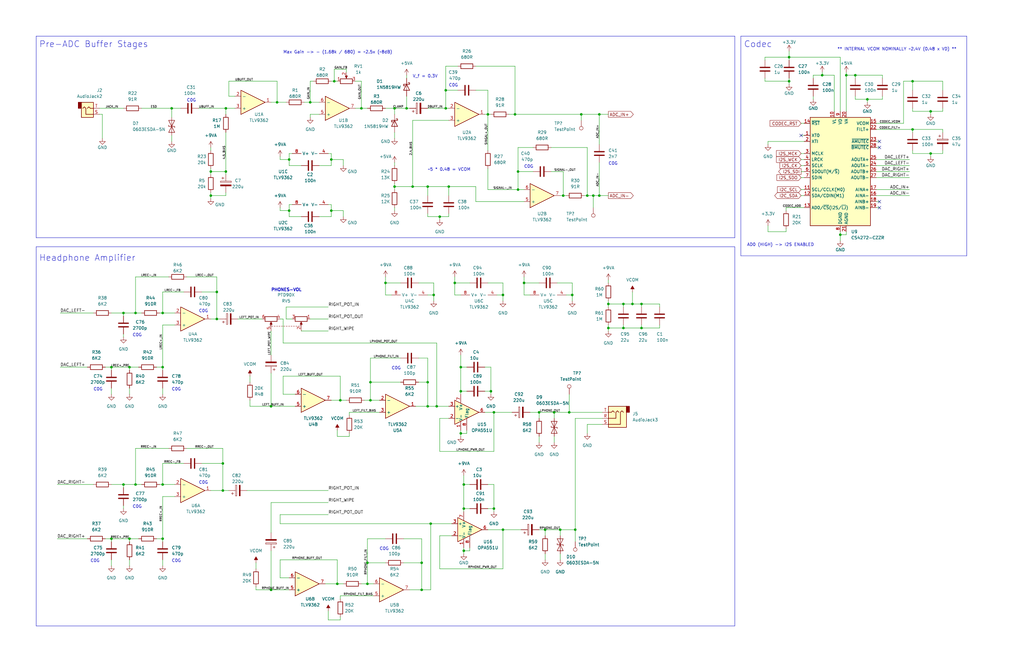
<source format=kicad_sch>
(kicad_sch (version 20230121) (generator eeschema)
  (paper "B")
  (title_block (title "Analog") (date "2024-03-14") (rev "v1.0"))
  (lib_symbols
    (symbol "Amplifier_Operational:OPA551U" (pin_names (offset 0.127))
      (property "Reference" "U" (at 5.08 7.62 0))
      (property "Value" "OPA551U" (at 5.08 5.08 0))
      (symbol "OPA551U_1_1"
        (pin power_in line (at -2.54 -7.62 90) (length 3.81) (name "V-") (number "1"))
        (pin input line (at -7.62 -2.54 0) (length 2.54) (name "-") (number "2"))
        (pin input line (at -7.62 2.54 0) (length 2.54) (name "+") (number "3"))
        (pin power_in line (at -2.54 -7.62 90) (length 3.81) hide (name "V-") (number "4"))
        (pin power_in line (at -2.54 -7.62 90) (length 3.81) hide (name "V-") (number "5"))
        (pin output line (at 7.62 0 180) (length 2.54) (name "~") (number "6"))
        (pin power_in line (at -2.54 7.62 270) (length 3.81) (name "V+") (number "7"))
        (pin output line (at 0 -7.62 90) (length 5.08) (name "Flag") (number "8"))
      )
    )
    (symbol "Audio:CS4272"
      (property "Reference" "U" (at -12.7 24.13 0))
      (property "Value" "CS4272" (at 5.08 -24.13 0))
      (symbol "CS4272_1_1"
        (pin output line (at -15.24 15.24 0) (length 2.54) (name "XT0") (number "1"))
        (pin power_in line (at -2.54 25.4 270) (length 2.54) (name "VL") (number "10"))
        (pin input line (at -15.24 -7.62 0) (length 2.54) (name "SCL/CCLK(M0)") (number "11"))
        (pin bidirectional line (at -15.24 -10.16 0) (length 2.54) (name "SDA/CDIN(M1)") (number "12"))
        (pin input line (at -15.24 -15.24 0) (length 2.54) (name "AD0/~{CS}(I2S/~{LJ})") (number "13"))
        (pin input line (at -15.24 20.32 0) (length 2.54) (name "~{RST}") (number "14"))
        (pin output line (at 15.24 20.32 180) (length 2.54) (name "VCOM") (number "15"))
        (pin input line (at 15.24 -10.16 180) (length 2.54) (name "AINA-") (number "16"))
        (pin input line (at 15.24 -7.62 180) (length 2.54) (name "AINA+") (number "17"))
        (pin input line (at 15.24 -12.7 180) (length 2.54) (name "AINB+") (number "18"))
        (pin input line (at 15.24 -15.24 180) (length 2.54) (name "AINB-") (number "19"))
        (pin input line (at -15.24 12.7 0) (length 2.54) (name "XTI") (number "2"))
        (pin power_in line (at 2.54 25.4 270) (length 2.54) (name "VA") (number "20"))
        (pin power_in line (at 2.54 -25.4 90) (length 2.54) (name "AGND") (number "21"))
        (pin output line (at 15.24 17.78 180) (length 2.54) (name "FILT+") (number "22"))
        (pin output line (at 15.24 12.7 180) (length 2.54) (name "~{AMUTEC}") (number "23"))
        (pin output line (at 15.24 2.54 180) (length 2.54) (name "AOUTA-") (number "24"))
        (pin output line (at 15.24 5.08 180) (length 2.54) (name "AOUTA+") (number "25"))
        (pin output line (at 15.24 0 180) (length 2.54) (name "AOUTB+") (number "26"))
        (pin output line (at 15.24 -2.54 180) (length 2.54) (name "AOUTB-") (number "27"))
        (pin output line (at 15.24 10.16 180) (length 2.54) (name "~{BMUTEC}") (number "28"))
        (pin bidirectional line (at -15.24 7.62 0) (length 2.54) (name "MCLK") (number "3"))
        (pin bidirectional line (at -15.24 5.08 0) (length 2.54) (name "LRCK") (number "4"))
        (pin bidirectional line (at -15.24 2.54 0) (length 2.54) (name "SCLK") (number "5"))
        (pin output line (at -15.24 0 0) (length 2.54) (name "SDOUT(M/~{S})") (number "6"))
        (pin input line (at -15.24 -2.54 0) (length 2.54) (name "SDIN") (number "7"))
        (pin power_in line (at 0 -25.4 90) (length 2.54) (name "DGND") (number "8"))
        (pin power_in line (at 0 25.4 270) (length 2.54) (name "VD") (number "9"))
      )
    )
    (symbol "Connector:AudioJack2"
      (property "Reference" "J" (at 0 8.89 0))
      (property "Value" "AudioJack2" (at 0 6.35 0))
      (symbol "AudioJack2_1_1"
        (pin passive line (at 5.08 2.54 180) (length 2.54) (name "~") (number "S"))
        (pin passive line (at 5.08 0 180) (length 2.54) (name "~") (number "T"))
      )
    )
    (symbol "Connector:TestPoint" (pin_numbers hide) (pin_names (offset 0.762) hide)
      (property "Reference" "TP" (at 0 6.858 0))
      (property "Value" "TestPoint" (at 0 5.08 0))
      (symbol "TestPoint_1_1"
        (pin passive line (at 0 0 90) (length 2.54) (name "1") (number "1"))
      )
    )
    (symbol "Connector_Audio:AudioJack3"
      (property "Reference" "J" (at 0 8.89 0))
      (property "Value" "AudioJack3" (at 0 6.35 0))
      (symbol "AudioJack3_1_1"
        (pin passive line (at 5.08 0 180) (length 2.54) (name "~") (number "R"))
        (pin passive line (at 5.08 2.54 180) (length 2.54) (name "~") (number "S"))
        (pin passive line (at 5.08 -2.54 180) (length 2.54) (name "~") (number "T"))
      )
    )
    (symbol "Device:C" (pin_numbers hide) (pin_names (offset 0.254))
      (property "Reference" "C" (at 0.635 2.54 0))
      (property "Value" "C" (at 0.635 -2.54 0))
      (symbol "C_1_1"
        (pin passive line (at 0 3.81 270) (length 2.794) (name "~") (number "1"))
        (pin passive line (at 0 -3.81 90) (length 2.794) (name "~") (number "2"))
      )
    )
    (symbol "Device:C_Polarized" (pin_numbers hide) (pin_names (offset 0.254))
      (property "Reference" "C" (at 0.635 2.54 0))
      (property "Value" "C_Polarized" (at 0.635 -2.54 0))
      (symbol "C_Polarized_1_1"
        (pin passive line (at 0 3.81 270) (length 2.794) (name "~") (number "1"))
        (pin passive line (at 0 -3.81 90) (length 2.794) (name "~") (number "2"))
      )
    )
    (symbol "Device:D_Schottky" (pin_numbers hide) (pin_names (offset 1.016) hide)
      (property "Reference" "D" (at 0 2.54 0))
      (property "Value" "D_Schottky" (at 0 -2.54 0))
      (symbol "D_Schottky_1_1"
        (pin passive line (at -3.81 0 0) (length 2.54) (name "K") (number "1"))
        (pin passive line (at 3.81 0 180) (length 2.54) (name "A") (number "2"))
      )
    )
    (symbol "Device:Opamp_Dual"
      (property "Reference" "U" (at 0 5.08 0))
      (property "Value" "Opamp_Dual" (at 0 -5.08 0))
      (symbol "Opamp_Dual_1_1"
        (pin output line (at 7.62 0 180) (length 2.54) (name "~") (number "1"))
        (pin input line (at -7.62 -2.54 0) (length 2.54) (name "-") (number "2"))
        (pin input line (at -7.62 2.54 0) (length 2.54) (name "+") (number "3"))
      )
      (symbol "Opamp_Dual_2_1"
        (pin input line (at -7.62 2.54 0) (length 2.54) (name "+") (number "5"))
        (pin input line (at -7.62 -2.54 0) (length 2.54) (name "-") (number "6"))
        (pin output line (at 7.62 0 180) (length 2.54) (name "~") (number "7"))
      )
      (symbol "Opamp_Dual_3_1"
        (pin power_in line (at -2.54 -7.62 90) (length 3.81) (name "V-") (number "4"))
        (pin power_in line (at -2.54 7.62 270) (length 3.81) (name "V+") (number "8"))
      )
    )
    (symbol "Device:R" (pin_numbers hide) (pin_names (offset 0))
      (property "Reference" "R" (at 2.032 0 90))
      (property "Value" "R" (at 0 0 90))
      (symbol "R_1_1"
        (pin passive line (at 0 3.81 270) (length 1.27) (name "~") (number "1"))
        (pin passive line (at 0 -3.81 90) (length 1.27) (name "~") (number "2"))
      )
    )
    (symbol "Device:R_Potentiometer" (pin_names (offset 1.016) hide)
      (property "Reference" "RV" (at -4.445 0 90))
      (property "Value" "R_Potentiometer" (at -2.54 0 90))
      (symbol "R_Potentiometer_1_1"
        (pin passive line (at 0 3.81 270) (length 1.27) (name "1") (number "1"))
        (pin passive line (at 3.81 0 180) (length 1.27) (name "2") (number "2"))
        (pin passive line (at 0 -3.81 90) (length 1.27) (name "3") (number "3"))
      )
    )
    (symbol "Device:R_Potentiometer_Dual" (pin_names (offset 1.016) hide)
      (property "Reference" "RV" (at 0 3.81 0))
      (property "Value" "R_Potentiometer_Dual" (at 0 1.905 0))
      (symbol "R_Potentiometer_Dual_1_1"
        (pin passive line (at -10.16 -2.54 0) (length 1.27) (name "1") (number "1"))
        (pin passive line (at -6.35 2.54 270) (length 2.54) (name "2") (number "2"))
        (pin passive line (at -2.54 -2.54 180) (length 1.27) (name "3") (number "3"))
        (pin passive line (at 2.54 -2.54 0) (length 1.27) (name "4") (number "4"))
        (pin passive line (at 6.35 2.54 270) (length 2.54) (name "5") (number "5"))
        (pin passive line (at 10.16 -2.54 180) (length 1.27) (name "6") (number "6"))
      )
    )
    (symbol "Diode:ESD9B3.3ST5G" (pin_numbers hide) (pin_names (offset 1.016) hide)
      (property "Reference" "D" (at 0 2.54 0))
      (property "Value" "ESD9B3.3ST5G" (at 0 -2.54 0))
      (symbol "ESD9B3.3ST5G_1_1"
        (pin passive line (at -3.81 0 0) (length 2.54) (name "A1") (number "1"))
        (pin passive line (at 3.81 0 180) (length 2.54) (name "A2") (number "2"))
      )
    )
    (symbol "power:+3.3V" (power) (pin_names (offset 0))
      (property "Value" "+3.3V" (at 0 3.556 0))
      (symbol "+3.3V_1_1"
        (pin power_in line (at 0 0 90) (length 0) hide (name "+3.3V") (number "1"))
      )
    )
    (symbol "power:+5VA" (power) (pin_names (offset 0))
      (property "Value" "+5VA" (at 0 3.556 0))
      (symbol "+5VA_1_1"
        (pin power_in line (at 0 0 90) (length 0) hide (name "+5VA") (number "1"))
      )
    )
    (symbol "power:+9VA" (power) (pin_names (offset 0))
      (property "Value" "+9VA" (at 0 3.81 0))
      (symbol "+9VA_1_1"
        (pin power_in line (at 0 0 90) (length 0) hide (name "+9VA") (number "1"))
      )
    )
    (symbol "power:GND" (power) (pin_names (offset 0))
      (property "Value" "GND" (at 0 -3.81 0))
      (symbol "GND_1_1"
        (pin power_in line (at 0 0 270) (length 0) hide (name "GND") (number "1"))
      )
    )
    (symbol "power:VCOM" (power) (pin_names (offset 0))
      (property "Value" "VCOM" (at 0 3.81 0))
      (symbol "VCOM_1_1"
        (pin power_in line (at 0 0 90) (length 0) hide (name "VCOM") (number "1"))
      )
    )
  )
  (junction (at 247.65 82.55))
  (junction (at 360.68 31.75))
  (junction (at 46.99 154.94))
  (junction (at 46.99 227.33))
  (junction (at 68.58 204.47))
  (junction (at 154.94 246.38))
  (junction (at 121.92 88.9))
  (junction (at 191.77 119.38))
  (junction (at 356.87 31.75))
  (junction (at 185.42 91.44))
  (junction (at 392.43 46.99))
  (junction (at 270.51 138.43))
  (junction (at 195.58 214.63))
  (junction (at 252.73 82.55))
  (junction (at 139.7 88.9))
  (junction (at 91.44 123.19))
  (junction (at 72.39 45.72))
  (junction (at 220.98 119.38))
  (junction (at 182.88 124.46))
  (junction (at 354.33 99.06))
  (junction (at 57.15 132.08))
  (junction (at 114.3 171.45))
  (junction (at 208.28 173.99))
  (junction (at 194.31 154.94))
  (junction (at 242.57 223.52))
  (junction (at 130.81 43.18))
  (junction (at 52.07 132.08))
  (junction (at 205.74 48.26))
  (junction (at 154.94 237.49))
  (junction (at 91.44 134.62))
  (junction (at 218.44 80.01))
  (junction (at 93.98 207.01))
  (junction (at 194.31 165.1))
  (junction (at 52.07 204.47))
  (junction (at 177.8 248.92))
  (junction (at 332.74 24.13))
  (junction (at 166.37 45.72))
  (junction (at 173.99 78.74))
  (junction (at 208.28 214.63))
  (junction (at 256.54 138.43))
  (junction (at 194.31 182.88))
  (junction (at 88.9 72.39))
  (junction (at 392.43 64.77))
  (junction (at 262.89 128.27))
  (junction (at 142.24 246.38))
  (junction (at 162.56 119.38))
  (junction (at 250.19 82.55))
  (junction (at 180.34 161.29))
  (junction (at 189.23 78.74))
  (junction (at 212.09 223.52))
  (junction (at 384.81 54.61))
  (junction (at 229.87 223.52))
  (junction (at 57.15 204.47))
  (junction (at 114.3 248.92))
  (junction (at 245.11 48.26))
  (junction (at 181.61 220.98))
  (junction (at 237.49 82.55))
  (junction (at 187.96 45.72))
  (junction (at 384.81 34.29))
  (junction (at 139.7 67.31))
  (junction (at 240.03 173.99))
  (junction (at 195.58 232.41))
  (junction (at 54.61 154.94))
  (junction (at 218.44 72.39))
  (junction (at 121.92 67.31))
  (junction (at 207.01 165.1))
  (junction (at 212.09 124.46))
  (junction (at 180.34 78.74))
  (junction (at 95.25 72.39))
  (junction (at 68.58 132.08))
  (junction (at 140.97 34.29))
  (junction (at 241.3 124.46))
  (junction (at 171.45 45.72))
  (junction (at 346.71 31.75))
  (junction (at 54.61 227.33))
  (junction (at 365.76 41.91))
  (junction (at 217.17 48.26))
  (junction (at 180.34 171.45))
  (junction (at 332.74 34.29))
  (junction (at 68.58 227.33))
  (junction (at 156.21 168.91))
  (junction (at 233.68 173.99))
  (junction (at 184.15 171.45))
  (junction (at 256.54 128.27))
  (junction (at 88.9 82.55))
  (junction (at 152.4 45.72))
  (junction (at 252.73 48.26))
  (junction (at 177.8 237.49))
  (junction (at 270.51 128.27))
  (junction (at 262.89 138.43))
  (junction (at 187.96 38.1))
  (junction (at 156.21 161.29))
  (junction (at 95.25 45.72))
  (junction (at 143.51 168.91))
  (junction (at 227.33 173.99))
  (junction (at 116.84 43.18))
  (junction (at 93.98 195.58))
  (junction (at 236.22 223.52))
  (junction (at 195.58 204.47))
  (junction (at 266.7 128.27))
  (junction (at 68.58 154.94))
  (junction (at 166.37 78.74))
  (no_connect (at 337.82 57.15))
  (no_connect (at 370.84 85.09))
  (no_connect (at 370.84 87.63))
  (no_connect (at 370.84 59.69))
  (no_connect (at 370.84 62.23))
  (wire (pts (xy 114.3 212.09) (xy 114.3 224.79)))
  (wire (pts (xy 147.32 184.15) (xy 142.24 184.15)))
  (wire (pts (xy 354.33 24.13) (xy 332.74 24.13)))
  (wire (pts (xy 166.37 45.72) (xy 166.37 48.26)))
  (wire (pts (xy 191.77 119.38) (xy 191.77 124.46)))
  (wire (pts (xy 278.13 137.16) (xy 278.13 138.43)))
  (wire (pts (xy 68.58 163.83) (xy 68.58 166.37)))
  (wire (pts (xy 119.38 144.78) (xy 184.15 144.78)))
  (wire (pts (xy 91.44 134.62) (xy 91.44 123.19)))
  (wire (pts (xy 214.63 48.26) (xy 217.17 48.26)))
  (wire (pts (xy 134.62 48.26) (xy 130.81 48.26)))
  (wire (pts (xy 227.33 184.15) (xy 227.33 186.69)))
  (wire (pts (xy 137.16 246.38) (xy 142.24 246.38)))
  (wire (pts (xy 140.97 34.29) (xy 142.24 34.29)))
  (wire (pts (xy 156.21 151.13) (xy 156.21 161.29)))
  (wire (pts (xy 114.3 232.41) (xy 114.3 248.92)))
  (wire (pts (xy 337.82 52.07) (xy 339.09 52.07)))
  (wire (pts (xy 220.98 116.84) (xy 220.98 119.38)))
  (wire (pts (xy 185.42 190.5) (xy 208.28 190.5)))
  (wire (pts (xy 152.4 246.38) (xy 154.94 246.38)))
  (wire (pts (xy 171.45 31.75) (xy 171.45 33.02)))
  (wire (pts (xy 91.44 123.19) (xy 85.09 123.19)))
  (wire (pts (xy 54.61 154.94) (xy 58.42 154.94)))
  (wire (pts (xy 397.51 55.88) (xy 397.51 54.61)))
  (wire (pts (xy 52.07 132.08) (xy 57.15 132.08)))
  (wire (pts (xy 270.51 137.16) (xy 270.51 138.43)))
  (wire (pts (xy 54.61 227.33) (xy 58.42 227.33)))
  (wire (pts (xy 331.47 96.52) (xy 331.47 97.79)))
  (wire (pts (xy 72.39 45.72) (xy 76.2 45.72)))
  (wire (pts (xy 384.81 54.61) (xy 384.81 55.88)))
  (wire (pts (xy 212.09 223.52) (xy 205.74 223.52)))
  (wire (pts (xy 236.22 82.55) (xy 237.49 82.55)))
  (wire (pts (xy 172.72 248.92) (xy 177.8 248.92)))
  (wire (pts (xy 166.37 68.58) (xy 166.37 69.85)))
  (wire (pts (xy 140.97 29.21) (xy 140.97 34.29)))
  (wire (pts (xy 337.82 80.01) (xy 339.09 80.01)))
  (wire (pts (xy 118.11 243.84) (xy 121.92 243.84)))
  (wire (pts (xy 68.58 236.22) (xy 68.58 238.76)))
  (wire (pts (xy 88.9 62.23) (xy 88.9 63.5)))
  (wire (pts (xy 121.92 91.44) (xy 121.92 88.9)))
  (wire (pts (xy 93.98 189.23) (xy 93.98 195.58)))
  (wire (pts (xy 128.27 43.18) (xy 130.81 43.18)))
  (wire (pts (xy 107.95 237.49) (xy 107.95 240.03)))
  (wire (pts (xy 144.78 88.9) (xy 144.78 91.44)))
  (wire (pts (xy 119.38 134.62) (xy 118.11 134.62)))
  (wire (pts (xy 200.66 85.09) (xy 220.98 85.09)))
  (wire (pts (xy 57.15 189.23) (xy 57.15 204.47)))
  (wire (pts (xy 209.55 124.46) (xy 212.09 124.46)))
  (wire (pts (xy 208.28 215.9) (xy 208.28 214.63)))
  (wire (pts (xy 130.81 134.62) (xy 138.43 134.62)))
  (wire (pts (xy 139.7 91.44) (xy 134.62 91.44)))
  (wire (pts (xy 232.41 72.39) (xy 237.49 72.39)))
  (wire (pts (xy 72.39 45.72) (xy 72.39 49.53)))
  (wire (pts (xy 234.95 119.38) (xy 241.3 119.38)))
  (wire (pts (xy 365.76 41.91) (xy 365.76 43.18)))
  (wire (pts (xy 143.51 158.75) (xy 119.38 158.75)))
  (wire (pts (xy 54.61 227.33) (xy 54.61 228.6)))
  (wire (pts (xy 332.74 24.13) (xy 332.74 25.4)))
  (wire (pts (xy 147.32 173.99) (xy 160.02 173.99)))
  (wire (pts (xy 154.94 246.38) (xy 157.48 246.38)))
  (wire (pts (xy 337.82 57.15) (xy 339.09 57.15)))
  (polyline (pts (xy 407.67 107.95) (xy 312.42 107.95)))
  (wire (pts (xy 142.24 246.38) (xy 144.78 246.38)))
  (wire (pts (xy 156.21 161.29) (xy 168.91 161.29)))
  (wire (pts (xy 41.91 45.72) (xy 52.07 45.72)))
  (wire (pts (xy 220.98 124.46) (xy 223.52 124.46)))
  (polyline (pts (xy 312.42 15.24) (xy 407.67 15.24)))
  (wire (pts (xy 68.58 123.19) (xy 68.58 132.08)))
  (wire (pts (xy 207.01 166.37) (xy 207.01 165.1)))
  (wire (pts (xy 356.87 97.79) (xy 356.87 99.06)))
  (wire (pts (xy 175.26 171.45) (xy 180.34 171.45)))
  (wire (pts (xy 242.57 223.52) (xy 242.57 228.6)))
  (wire (pts (xy 180.34 78.74) (xy 189.23 78.74)))
  (wire (pts (xy 185.42 92.71) (xy 185.42 91.44)))
  (wire (pts (xy 270.51 128.27) (xy 270.51 129.54)))
  (wire (pts (xy 194.31 184.15) (xy 194.31 182.88)))
  (wire (pts (xy 114.3 43.18) (xy 116.84 43.18)))
  (wire (pts (xy 217.17 27.94) (xy 200.66 27.94)))
  (wire (pts (xy 247.65 82.55) (xy 246.38 82.55)))
  (wire (pts (xy 44.45 154.94) (xy 46.99 154.94)))
  (wire (pts (xy 105.41 158.75) (xy 105.41 161.29)))
  (wire (pts (xy 270.51 128.27) (xy 278.13 128.27)))
  (wire (pts (xy 195.58 232.41) (xy 195.58 233.68)))
  (wire (pts (xy 24.13 204.47) (xy 39.37 204.47)))
  (wire (pts (xy 180.34 161.29) (xy 176.53 161.29)))
  (wire (pts (xy 218.44 72.39) (xy 218.44 80.01)))
  (wire (pts (xy 91.44 116.84) (xy 91.44 123.19)))
  (wire (pts (xy 381 34.29) (xy 384.81 34.29)))
  (wire (pts (xy 181.61 248.92) (xy 177.8 248.92)))
  (wire (pts (xy 256.54 138.43) (xy 256.54 139.7)))
  (wire (pts (xy 236.22 223.52) (xy 242.57 223.52)))
  (wire (pts (xy 127 139.7) (xy 138.43 139.7)))
  (wire (pts (xy 356.87 31.75) (xy 360.68 31.75)))
  (wire (pts (xy 91.44 134.62) (xy 92.71 134.62)))
  (wire (pts (xy 252.73 48.26) (xy 252.73 60.96)))
  (wire (pts (xy 96.52 34.29) (xy 96.52 40.64)))
  (wire (pts (xy 212.09 119.38) (xy 212.09 124.46)))
  (wire (pts (xy 54.61 236.22) (xy 54.61 238.76)))
  (wire (pts (xy 68.58 195.58) (xy 68.58 204.47)))
  (wire (pts (xy 337.82 82.55) (xy 339.09 82.55)))
  (wire (pts (xy 237.49 82.55) (xy 238.76 82.55)))
  (wire (pts (xy 247.65 82.55) (xy 250.19 82.55)))
  (wire (pts (xy 68.58 154.94) (xy 68.58 156.21)))
  (wire (pts (xy 384.81 64.77) (xy 392.43 64.77)))
  (wire (pts (xy 217.17 48.26) (xy 245.11 48.26)))
  (wire (pts (xy 337.82 72.39) (xy 339.09 72.39)))
  (wire (pts (xy 384.81 34.29) (xy 397.51 34.29)))
  (wire (pts (xy 356.87 30.48) (xy 356.87 31.75)))
  (wire (pts (xy 189.23 78.74) (xy 200.66 78.74)))
  (wire (pts (xy 195.58 200.66) (xy 195.58 204.47)))
  (wire (pts (xy 138.43 257.81) (xy 138.43 261.62)))
  (wire (pts (xy 46.99 132.08) (xy 52.07 132.08)))
  (wire (pts (xy 116.84 43.18) (xy 116.84 34.29)))
  (wire (pts (xy 93.98 195.58) (xy 85.09 195.58)))
  (wire (pts (xy 262.89 137.16) (xy 262.89 138.43)))
  (wire (pts (xy 143.51 251.46) (xy 157.48 251.46)))
  (wire (pts (xy 95.25 73.66) (xy 95.25 72.39)))
  (wire (pts (xy 173.99 50.8) (xy 189.23 50.8)))
  (wire (pts (xy 139.7 69.85) (xy 134.62 69.85)))
  (wire (pts (xy 337.82 74.93) (xy 339.09 74.93)))
  (wire (pts (xy 170.18 227.33) (xy 177.8 227.33)))
  (wire (pts (xy 323.85 59.69) (xy 323.85 60.96)))
  (wire (pts (xy 195.58 214.63) (xy 198.12 214.63)))
  (wire (pts (xy 71.12 189.23) (xy 57.15 189.23)))
  (wire (pts (xy 57.15 116.84) (xy 57.15 132.08)))
  (wire (pts (xy 118.11 88.9) (xy 121.92 88.9)))
  (wire (pts (xy 397.51 45.72) (xy 397.51 46.99)))
  (wire (pts (xy 191.77 116.84) (xy 191.77 119.38)))
  (wire (pts (xy 194.31 165.1) (xy 194.31 166.37)))
  (wire (pts (xy 356.87 31.75) (xy 356.87 46.99)))
  (wire (pts (xy 118.11 220.98) (xy 118.11 217.17)))
  (wire (pts (xy 200.66 38.1) (xy 205.74 38.1)))
  (wire (pts (xy 256.54 118.11) (xy 256.54 119.38)))
  (wire (pts (xy 171.45 45.72) (xy 172.72 45.72)))
  (wire (pts (xy 262.89 128.27) (xy 262.89 129.54)))
  (wire (pts (xy 166.37 55.88) (xy 166.37 58.42)))
  (wire (pts (xy 147.32 182.88) (xy 147.32 184.15)))
  (wire (pts (xy 397.51 63.5) (xy 397.51 64.77)))
  (wire (pts (xy 252.73 48.26) (xy 245.11 48.26)))
  (wire (pts (xy 149.86 34.29) (xy 152.4 34.29)))
  (wire (pts (xy 52.07 213.36) (xy 52.07 214.63)))
  (wire (pts (xy 166.37 78.74) (xy 166.37 80.01)))
  (wire (pts (xy 189.23 78.74) (xy 189.23 82.55)))
  (wire (pts (xy 218.44 62.23) (xy 224.79 62.23)))
  (wire (pts (xy 120.65 134.62) (xy 120.65 129.54)))
  (polyline (pts (xy 15.24 100.33) (xy 15.24 15.24)))
  (wire (pts (xy 143.51 168.91) (xy 146.05 168.91)))
  (wire (pts (xy 177.8 248.92) (xy 177.8 237.49)))
  (wire (pts (xy 139.7 168.91) (xy 143.51 168.91)))
  (wire (pts (xy 208.28 190.5) (xy 208.28 173.99)))
  (wire (pts (xy 332.74 33.02) (xy 332.74 34.29)))
  (wire (pts (xy 247.65 179.07) (xy 254 179.07)))
  (wire (pts (xy 107.95 248.92) (xy 114.3 248.92)))
  (wire (pts (xy 162.56 227.33) (xy 154.94 227.33)))
  (wire (pts (xy 118.11 236.22) (xy 118.11 243.84)))
  (wire (pts (xy 147.32 173.99) (xy 147.32 175.26)))
  (wire (pts (xy 322.58 25.4) (xy 322.58 24.13)))
  (wire (pts (xy 381 52.07) (xy 381 34.29)))
  (wire (pts (xy 245.11 48.26) (xy 245.11 50.8)))
  (wire (pts (xy 46.99 163.83) (xy 46.99 166.37)))
  (wire (pts (xy 346.71 31.75) (xy 342.9 31.75)))
  (wire (pts (xy 392.43 64.77) (xy 392.43 66.04)))
  (wire (pts (xy 331.47 97.79) (xy 323.85 97.79)))
  (wire (pts (xy 195.58 204.47) (xy 195.58 214.63)))
  (wire (pts (xy 46.99 154.94) (xy 54.61 154.94)))
  (wire (pts (xy 369.57 74.93) (xy 383.54 74.93)))
  (wire (pts (xy 208.28 214.63) (xy 205.74 214.63)))
  (wire (pts (xy 173.99 78.74) (xy 180.34 78.74)))
  (wire (pts (xy 208.28 204.47) (xy 208.28 214.63)))
  (wire (pts (xy 369.57 52.07) (xy 381 52.07)))
  (wire (pts (xy 250.19 82.55) (xy 252.73 82.55)))
  (polyline (pts (xy 312.42 15.24) (xy 312.42 107.95)))
  (wire (pts (xy 180.34 78.74) (xy 180.34 82.55)))
  (wire (pts (xy 156.21 168.91) (xy 160.02 168.91)))
  (wire (pts (xy 142.24 246.38) (xy 142.24 236.22)))
  (wire (pts (xy 217.17 48.26) (xy 217.17 27.94)))
  (wire (pts (xy 116.84 43.18) (xy 120.65 43.18)))
  (wire (pts (xy 152.4 45.72) (xy 149.86 45.72)))
  (wire (pts (xy 130.81 43.18) (xy 134.62 43.18)))
  (wire (pts (xy 369.57 62.23) (xy 370.84 62.23)))
  (wire (pts (xy 119.38 166.37) (xy 124.46 166.37)))
  (wire (pts (xy 166.37 77.47) (xy 166.37 78.74)))
  (wire (pts (xy 200.66 85.09) (xy 200.66 78.74)))
  (wire (pts (xy 240.03 166.37) (xy 240.03 173.99)))
  (wire (pts (xy 256.54 137.16) (xy 256.54 138.43)))
  (wire (pts (xy 370.84 87.63) (xy 369.57 87.63)))
  (wire (pts (xy 262.89 128.27) (xy 266.7 128.27)))
  (wire (pts (xy 25.4 132.08) (xy 39.37 132.08)))
  (wire (pts (xy 140.97 29.21) (xy 146.05 29.21)))
  (wire (pts (xy 331.47 87.63) (xy 331.47 88.9)))
  (wire (pts (xy 67.31 132.08) (xy 68.58 132.08)))
  (wire (pts (xy 184.15 171.45) (xy 189.23 171.45)))
  (wire (pts (xy 118.11 217.17) (xy 138.43 217.17)))
  (wire (pts (xy 46.99 227.33) (xy 54.61 227.33)))
  (wire (pts (xy 66.04 227.33) (xy 68.58 227.33)))
  (wire (pts (xy 130.81 34.29) (xy 130.81 43.18)))
  (wire (pts (xy 46.99 154.94) (xy 46.99 156.21)))
  (wire (pts (xy 139.7 86.36) (xy 139.7 88.9)))
  (wire (pts (xy 177.8 227.33) (xy 177.8 237.49)))
  (wire (pts (xy 369.57 67.31) (xy 383.54 67.31)))
  (wire (pts (xy 193.04 38.1) (xy 187.96 38.1)))
  (wire (pts (xy 46.99 236.22) (xy 46.99 238.76)))
  (wire (pts (xy 181.61 220.98) (xy 181.61 248.92)))
  (wire (pts (xy 88.9 134.62) (xy 91.44 134.62)))
  (wire (pts (xy 212.09 223.52) (xy 219.71 223.52)))
  (wire (pts (xy 114.3 157.48) (xy 114.3 171.45)))
  (wire (pts (xy 369.57 80.01) (xy 383.54 80.01)))
  (wire (pts (xy 166.37 78.74) (xy 173.99 78.74)))
  (wire (pts (xy 156.21 168.91) (xy 153.67 168.91)))
  (wire (pts (xy 162.56 45.72) (xy 166.37 45.72)))
  (wire (pts (xy 397.51 54.61) (xy 384.81 54.61)))
  (wire (pts (xy 220.98 119.38) (xy 220.98 124.46)))
  (wire (pts (xy 138.43 86.36) (xy 139.7 86.36)))
  (wire (pts (xy 256.54 128.27) (xy 256.54 129.54)))
  (wire (pts (xy 72.39 57.15) (xy 72.39 59.69)))
  (wire (pts (xy 180.34 124.46) (xy 182.88 124.46)))
  (wire (pts (xy 59.69 45.72) (xy 72.39 45.72)))
  (wire (pts (xy 233.68 184.15) (xy 233.68 186.69)))
  (wire (pts (xy 77.47 123.19) (xy 68.58 123.19)))
  (wire (pts (xy 130.81 48.26) (xy 130.81 49.53)))
  (wire (pts (xy 370.84 85.09) (xy 369.57 85.09)))
  (wire (pts (xy 185.42 176.53) (xy 185.42 190.5)))
  (polyline (pts (xy 407.67 15.24) (xy 407.67 107.95)))
  (wire (pts (xy 220.98 119.38) (xy 227.33 119.38)))
  (wire (pts (xy 104.14 207.01) (xy 138.43 207.01)))
  (wire (pts (xy 105.41 168.91) (xy 105.41 171.45)))
  (wire (pts (xy 372.11 33.02) (xy 372.11 31.75)))
  (wire (pts (xy 354.33 97.79) (xy 354.33 99.06)))
  (wire (pts (xy 152.4 45.72) (xy 154.94 45.72)))
  (wire (pts (xy 93.98 207.01) (xy 96.52 207.01)))
  (wire (pts (xy 189.23 91.44) (xy 185.42 91.44)))
  (wire (pts (xy 182.88 124.46) (xy 182.88 127)))
  (wire (pts (xy 166.37 87.63) (xy 166.37 88.9)))
  (wire (pts (xy 270.51 138.43) (xy 278.13 138.43)))
  (wire (pts (xy 68.58 137.16) (xy 68.58 154.94)))
  (wire (pts (xy 78.74 116.84) (xy 91.44 116.84)))
  (wire (pts (xy 114.3 139.7) (xy 114.3 149.86)))
  (wire (pts (xy 194.31 154.94) (xy 194.31 165.1)))
  (wire (pts (xy 121.92 64.77) (xy 123.19 64.77)))
  (wire (pts (xy 392.43 46.99) (xy 392.43 48.26)))
  (wire (pts (xy 337.82 64.77) (xy 339.09 64.77)))
  (wire (pts (xy 139.7 88.9) (xy 144.78 88.9)))
  (wire (pts (xy 241.3 119.38) (xy 241.3 124.46)))
  (wire (pts (xy 229.87 223.52) (xy 236.22 223.52)))
  (wire (pts (xy 187.96 38.1) (xy 187.96 45.72)))
  (wire (pts (xy 194.31 154.94) (xy 196.85 154.94)))
  (wire (pts (xy 127 91.44) (xy 121.92 91.44)))
  (wire (pts (xy 322.58 33.02) (xy 322.58 34.29)))
  (wire (pts (xy 342.9 31.75) (xy 342.9 33.02)))
  (wire (pts (xy 198.12 231.14) (xy 198.12 232.41)))
  (wire (pts (xy 236.22 223.52) (xy 236.22 226.06)))
  (wire (pts (xy 237.49 72.39) (xy 237.49 82.55)))
  (wire (pts (xy 332.74 21.59) (xy 332.74 24.13)))
  (wire (pts (xy 205.74 119.38) (xy 212.09 119.38)))
  (wire (pts (xy 212.09 124.46) (xy 212.09 127)))
  (wire (pts (xy 337.82 69.85) (xy 339.09 69.85)))
  (wire (pts (xy 95.25 82.55) (xy 88.9 82.55)))
  (wire (pts (xy 121.92 88.9) (xy 121.92 86.36)))
  (wire (pts (xy 146.05 30.48) (xy 146.05 29.21)))
  (wire (pts (xy 339.09 59.69) (xy 323.85 59.69)))
  (wire (pts (xy 369.57 72.39) (xy 383.54 72.39)))
  (wire (pts (xy 356.87 99.06) (xy 354.33 99.06)))
  (wire (pts (xy 123.19 134.62) (xy 120.65 134.62)))
  (wire (pts (xy 241.3 124.46) (xy 241.3 127)))
  (wire (pts (xy 331.47 87.63) (xy 339.09 87.63)))
  (wire (pts (xy 43.18 48.26) (xy 41.91 48.26)))
  (wire (pts (xy 144.78 67.31) (xy 144.78 69.85)))
  (wire (pts (xy 205.74 48.26) (xy 207.01 48.26)))
  (wire (pts (xy 78.74 189.23) (xy 93.98 189.23)))
  (wire (pts (xy 138.43 64.77) (xy 139.7 64.77)))
  (wire (pts (xy 114.3 248.92) (xy 121.92 248.92)))
  (wire (pts (xy 88.9 207.01) (xy 93.98 207.01)))
  (wire (pts (xy 185.42 240.03) (xy 212.09 240.03)))
  (wire (pts (xy 270.51 138.43) (xy 262.89 138.43)))
  (wire (pts (xy 370.84 59.69) (xy 369.57 59.69)))
  (wire (pts (xy 227.33 173.99) (xy 227.33 176.53)))
  (wire (pts (xy 25.4 154.94) (xy 36.83 154.94)))
  (wire (pts (xy 46.99 227.33) (xy 46.99 228.6)))
  (wire (pts (xy 397.51 46.99) (xy 392.43 46.99)))
  (wire (pts (xy 180.34 91.44) (xy 185.42 91.44)))
  (wire (pts (xy 247.65 82.55) (xy 247.65 62.23)))
  (wire (pts (xy 43.18 58.42) (xy 43.18 48.26)))
  (wire (pts (xy 176.53 119.38) (xy 182.88 119.38)))
  (wire (pts (xy 250.19 82.55) (xy 250.19 87.63)))
  (wire (pts (xy 54.61 154.94) (xy 54.61 156.21)))
  (wire (pts (xy 227.33 173.99) (xy 233.68 173.99)))
  (wire (pts (xy 139.7 64.77) (xy 139.7 67.31)))
  (wire (pts (xy 354.33 99.06) (xy 354.33 101.6)))
  (wire (pts (xy 156.21 161.29) (xy 156.21 168.91)))
  (wire (pts (xy 205.74 204.47) (xy 208.28 204.47)))
  (wire (pts (xy 205.74 48.26) (xy 204.47 48.26)))
  (wire (pts (xy 262.89 138.43) (xy 256.54 138.43)))
  (wire (pts (xy 360.68 40.64) (xy 360.68 41.91)))
  (wire (pts (xy 369.57 54.61) (xy 384.81 54.61)))
  (wire (pts (xy 120.65 129.54) (xy 138.43 129.54)))
  (polyline (pts (xy 309.88 15.24) (xy 309.88 100.33)))
  (wire (pts (xy 236.22 233.68) (xy 236.22 236.22)))
  (wire (pts (xy 187.96 45.72) (xy 189.23 45.72)))
  (wire (pts (xy 118.11 67.31) (xy 121.92 67.31)))
  (wire (pts (xy 187.96 27.94) (xy 193.04 27.94)))
  (wire (pts (xy 180.34 90.17) (xy 180.34 91.44)))
  (wire (pts (xy 24.13 227.33) (xy 36.83 227.33)))
  (wire (pts (xy 191.77 119.38) (xy 198.12 119.38)))
  (wire (pts (xy 187.96 38.1) (xy 187.96 27.94)))
  (wire (pts (xy 121.92 69.85) (xy 121.92 67.31)))
  (wire (pts (xy 95.25 72.39) (xy 88.9 72.39)))
  (wire (pts (xy 384.81 34.29) (xy 384.81 38.1)))
  (wire (pts (xy 342.9 40.64) (xy 342.9 41.91)))
  (wire (pts (xy 180.34 45.72) (xy 187.96 45.72)))
  (wire (pts (xy 204.47 154.94) (xy 207.01 154.94)))
  (wire (pts (xy 242.57 223.52) (xy 242.57 176.53)))
  (wire (pts (xy 189.23 176.53) (xy 185.42 176.53)))
  (wire (pts (xy 337.82 67.31) (xy 339.09 67.31)))
  (wire (pts (xy 194.31 149.86) (xy 194.31 154.94)))
  (wire (pts (xy 54.61 163.83) (xy 54.61 166.37)))
  (wire (pts (xy 195.58 231.14) (xy 195.58 232.41)))
  (wire (pts (xy 77.47 195.58) (xy 68.58 195.58)))
  (wire (pts (xy 184.15 171.45) (xy 180.34 171.45)))
  (wire (pts (xy 196.85 181.61) (xy 196.85 182.88)))
  (wire (pts (xy 233.68 173.99) (xy 233.68 176.53)))
  (wire (pts (xy 119.38 158.75) (xy 119.38 166.37)))
  (wire (pts (xy 218.44 72.39) (xy 218.44 62.23)))
  (polyline (pts (xy 15.24 15.24) (xy 309.88 15.24)))
  (wire (pts (xy 139.7 67.31) (xy 144.78 67.31)))
  (wire (pts (xy 229.87 223.52) (xy 229.87 226.06)))
  (wire (pts (xy 171.45 40.64) (xy 171.45 45.72)))
  (wire (pts (xy 242.57 176.53) (xy 254 176.53)))
  (wire (pts (xy 198.12 232.41) (xy 195.58 232.41)))
  (wire (pts (xy 143.51 260.35) (xy 143.51 261.62)))
  (wire (pts (xy 180.34 171.45) (xy 180.34 161.29)))
  (wire (pts (xy 196.85 182.88) (xy 194.31 182.88)))
  (wire (pts (xy 184.15 144.78) (xy 184.15 171.45)))
  (wire (pts (xy 181.61 220.98) (xy 190.5 220.98)))
  (wire (pts (xy 278.13 129.54) (xy 278.13 128.27)))
  (wire (pts (xy 57.15 132.08) (xy 59.69 132.08)))
  (wire (pts (xy 139.7 88.9) (xy 139.7 91.44)))
  (wire (pts (xy 68.58 204.47) (xy 73.66 204.47)))
  (wire (pts (xy 322.58 34.29) (xy 332.74 34.29)))
  (wire (pts (xy 95.25 45.72) (xy 99.06 45.72)))
  (wire (pts (xy 369.57 82.55) (xy 383.54 82.55)))
  (wire (pts (xy 207.01 165.1) (xy 204.47 165.1)))
  (wire (pts (xy 68.58 209.55) (xy 68.58 227.33)))
  (wire (pts (xy 176.53 151.13) (xy 180.34 151.13)))
  (wire (pts (xy 118.11 88.9) (xy 118.11 87.63)))
  (wire (pts (xy 142.24 181.61) (xy 142.24 184.15)))
  (wire (pts (xy 121.92 67.31) (xy 121.92 64.77)))
  (wire (pts (xy 384.81 45.72) (xy 384.81 46.99)))
  (wire (pts (xy 162.56 119.38) (xy 162.56 124.46)))
  (wire (pts (xy 95.25 81.28) (xy 95.25 82.55)))
  (wire (pts (xy 351.79 31.75) (xy 351.79 46.99)))
  (wire (pts (xy 227.33 223.52) (xy 229.87 223.52)))
  (wire (pts (xy 180.34 151.13) (xy 180.34 161.29)))
  (wire (pts (xy 369.57 69.85) (xy 383.54 69.85)))
  (wire (pts (xy 252.73 82.55) (xy 256.54 82.55)))
  (wire (pts (xy 95.25 45.72) (xy 95.25 48.26)))
  (wire (pts (xy 252.73 48.26) (xy 256.54 48.26)))
  (wire (pts (xy 46.99 204.47) (xy 52.07 204.47)))
  (wire (pts (xy 256.54 127) (xy 256.54 128.27)))
  (wire (pts (xy 73.66 137.16) (xy 68.58 137.16)))
  (wire (pts (xy 162.56 124.46) (xy 165.1 124.46)))
  (wire (pts (xy 223.52 173.99) (xy 227.33 173.99)))
  (wire (pts (xy 52.07 140.97) (xy 52.07 142.24)))
  (wire (pts (xy 354.33 24.13) (xy 354.33 46.99)))
  (wire (pts (xy 88.9 71.12) (xy 88.9 72.39)))
  (wire (pts (xy 365.76 41.91) (xy 372.11 41.91)))
  (wire (pts (xy 252.73 82.55) (xy 252.73 68.58)))
  (wire (pts (xy 116.84 34.29) (xy 96.52 34.29)))
  (wire (pts (xy 143.51 168.91) (xy 143.51 158.75)))
  (wire (pts (xy 154.94 237.49) (xy 162.56 237.49)))
  (wire (pts (xy 168.91 151.13) (xy 156.21 151.13)))
  (wire (pts (xy 205.74 38.1) (xy 205.74 48.26)))
  (wire (pts (xy 392.43 46.99) (xy 384.81 46.99)))
  (wire (pts (xy 351.79 31.75) (xy 346.71 31.75)))
  (wire (pts (xy 154.94 237.49) (xy 154.94 246.38)))
  (wire (pts (xy 96.52 40.64) (xy 99.06 40.64)))
  (wire (pts (xy 266.7 123.19) (xy 266.7 128.27)))
  (wire (pts (xy 132.08 34.29) (xy 130.81 34.29)))
  (wire (pts (xy 68.58 227.33) (xy 68.58 228.6)))
  (wire (pts (xy 322.58 24.13) (xy 332.74 24.13)))
  (wire (pts (xy 173.99 50.8) (xy 173.99 78.74)))
  (wire (pts (xy 166.37 45.72) (xy 171.45 45.72)))
  (wire (pts (xy 83.82 45.72) (xy 95.25 45.72)))
  (wire (pts (xy 185.42 226.06) (xy 185.42 240.03)))
  (wire (pts (xy 88.9 72.39) (xy 88.9 73.66)))
  (wire (pts (xy 191.77 124.46) (xy 194.31 124.46)))
  (wire (pts (xy 332.74 34.29) (xy 332.74 35.56)))
  (wire (pts (xy 71.12 116.84) (xy 57.15 116.84)))
  (wire (pts (xy 360.68 31.75) (xy 360.68 33.02)))
  (wire (pts (xy 194.31 181.61) (xy 194.31 182.88)))
  (wire (pts (xy 118.11 220.98) (xy 181.61 220.98)))
  (wire (pts (xy 93.98 207.01) (xy 93.98 195.58)))
  (wire (pts (xy 233.68 173.99) (xy 240.03 173.99)))
  (wire (pts (xy 95.25 55.88) (xy 95.25 72.39)))
  (wire (pts (xy 119.38 134.62) (xy 119.38 144.78)))
  (wire (pts (xy 68.58 132.08) (xy 73.66 132.08)))
  (wire (pts (xy 372.11 41.91) (xy 372.11 40.64)))
  (wire (pts (xy 100.33 134.62) (xy 110.49 134.62)))
  (wire (pts (xy 52.07 205.74) (xy 52.07 204.47)))
  (wire (pts (xy 127 69.85) (xy 121.92 69.85)))
  (wire (pts (xy 224.79 72.39) (xy 218.44 72.39)))
  (wire (pts (xy 360.68 41.91) (xy 365.76 41.91)))
  (wire (pts (xy 52.07 133.35) (xy 52.07 132.08)))
  (wire (pts (xy 57.15 204.47) (xy 59.69 204.47)))
  (wire (pts (xy 205.74 80.01) (xy 218.44 80.01)))
  (wire (pts (xy 67.31 204.47) (xy 68.58 204.47)))
  (wire (pts (xy 121.92 86.36) (xy 123.19 86.36)))
  (wire (pts (xy 207.01 154.94) (xy 207.01 165.1)))
  (wire (pts (xy 114.3 171.45) (xy 124.46 171.45)))
  (wire (pts (xy 152.4 34.29) (xy 152.4 45.72)))
  (wire (pts (xy 323.85 95.25) (xy 323.85 97.79)))
  (wire (pts (xy 266.7 128.27) (xy 270.51 128.27)))
  (wire (pts (xy 229.87 233.68) (xy 229.87 236.22)))
  (wire (pts (xy 189.23 90.17) (xy 189.23 91.44)))
  (wire (pts (xy 208.28 173.99) (xy 204.47 173.99)))
  (wire (pts (xy 205.74 71.12) (xy 205.74 80.01)))
  (wire (pts (xy 142.24 236.22) (xy 118.11 236.22)))
  (wire (pts (xy 138.43 212.09) (xy 114.3 212.09)))
  (wire (pts (xy 392.43 64.77) (xy 397.51 64.77)))
  (wire (pts (xy 162.56 116.84) (xy 162.56 119.38)))
  (wire (pts (xy 212.09 240.03) (xy 212.09 223.52)))
  (wire (pts (xy 52.07 204.47) (xy 57.15 204.47)))
  (polyline (pts (xy 15.24 100.33) (xy 309.88 100.33)))
  (wire (pts (xy 143.51 251.46) (xy 143.51 252.73)))
  (wire (pts (xy 256.54 128.27) (xy 262.89 128.27)))
  (wire (pts (xy 118.11 67.31) (xy 118.11 66.04)))
  (wire (pts (xy 143.51 261.62) (xy 138.43 261.62)))
  (wire (pts (xy 247.65 179.07) (xy 247.65 182.88)))
  (wire (pts (xy 208.28 173.99) (xy 215.9 173.99)))
  (wire (pts (xy 107.95 247.65) (xy 107.95 248.92)))
  (wire (pts (xy 218.44 80.01) (xy 220.98 80.01)))
  (wire (pts (xy 88.9 82.55) (xy 88.9 81.28)))
  (wire (pts (xy 205.74 48.26) (xy 205.74 63.5)))
  (wire (pts (xy 372.11 31.75) (xy 360.68 31.75)))
  (wire (pts (xy 140.97 34.29) (xy 139.7 34.29)))
  (wire (pts (xy 105.41 171.45) (xy 114.3 171.45)))
  (wire (pts (xy 139.7 67.31) (xy 139.7 69.85)))
  (wire (pts (xy 397.51 38.1) (xy 397.51 34.29)))
  (wire (pts (xy 384.81 63.5) (xy 384.81 64.77)))
  (wire (pts (xy 66.04 154.94) (xy 68.58 154.94)))
  (wire (pts (xy 240.03 173.99) (xy 254 173.99)))
  (wire (pts (xy 195.58 214.63) (xy 195.58 215.9)))
  (wire (pts (xy 190.5 226.06) (xy 185.42 226.06)))
  (wire (pts (xy 182.88 119.38) (xy 182.88 124.46)))
  (wire (pts (xy 170.18 237.49) (xy 177.8 237.49)))
  (wire (pts (xy 162.56 119.38) (xy 168.91 119.38)))
  (wire (pts (xy 154.94 227.33) (xy 154.94 237.49)))
  (wire (pts (xy 346.71 30.48) (xy 346.71 31.75)))
  (wire (pts (xy 88.9 82.55) (xy 88.9 83.82)))
  (wire (pts (xy 195.58 204.47) (xy 198.12 204.47)))
  (wire (pts (xy 73.66 209.55) (xy 68.58 209.55)))
  (wire (pts (xy 194.31 165.1) (xy 196.85 165.1)))
  (wire (pts (xy 247.65 62.23) (xy 232.41 62.23)))
  (wire (pts (xy 44.45 227.33) (xy 46.99 227.33)))
  (wire (pts (xy 238.76 124.46) (xy 241.3 124.46)))
  (rectangle (start 15.24 104.14) (end 309.88 264.16))
  (text "C0G\n" (at 55.88 142.24 0) (effects (font (size 1.27 1.27)) (justify left bottom)))
  (text "C0G\n" (at 160.02 232.41 0) (effects (font (size 1.27 1.27)) (justify left bottom)))
  (text "C0G\n" (at 55.88 214.63 0) (effects (font (size 1.27 1.27)) (justify left bottom)))
  (text "C0G\n" (at 83.82 204.47 0) (effects (font (size 1.27 1.27)) (justify left bottom)))
  (text "C0G\n" (at 220.98 71.12 0) (effects (font (size 1.27 1.27)) (justify left bottom)))
  (text "C0G\n" (at 256.54 69.85 0) (effects (font (size 1.27 1.27)) (justify left bottom)))
  (text "C0G\n" (at 83.82 132.08 0) (effects (font (size 1.27 1.27)) (justify left bottom)))
  (text "C0G\n" (at 165.1 156.21 0) (effects (font (size 1.27 1.27)) (justify left bottom)))
  (text "Pre-ADC Buffer Stages\n" (at 16.51 20.32 0) (effects (font (size 2.6 2.6)) (justify left bottom)))
  (text "** INTERNAL VCOM NOMINALLY ~2.4V (0.48 x VD) **\n" (at 353.06 21.59 0) (effects (font (size 1.27 1.27)) (justify left bottom)))
  (text "Headphone Amplifier\n" (at 16.51 110.49 0) (effects (font (size 2.6 2.6)) (justify left bottom)))
  (text "V_f = 0.3V" (at 173.99 33.02 0) (effects (font (size 1.27 1.27)) (justify left bottom)))
  (text "PHONES-VOL\n" (at 114.3 123.19 0) (effects (font (size 1.27 1.27) bold) (justify left bottom)))
  (text "C0G\n" (at 189.23 36.83 0) (effects (font (size 1.27 1.27)) (justify left bottom)))
  (text "C0G\n" (at 39.37 165.1 0) (effects (font (size 1.27 1.27)) (justify left bottom)))
  (text "Codec\n" (at 313.69 20.32 0) (effects (font (size 2.6 2.6)) (justify left bottom)))
  (text "C0G\n" (at 72.39 165.1 0) (effects (font (size 1.27 1.27)) (justify left bottom)))
  (text "~5 * 0.48 = VCOM\n" (at 180.34 72.39 0) (effects (font (size 1.27 1.27)) (justify left bottom)))
  (text "C0G\n" (at 38.1 237.49 0) (effects (font (size 1.27 1.27)) (justify left bottom)))
  (text "AD0 (HIGH) -> I2S ENABLED\n" (at 314.96 104.14 0) (effects (font (size 1.27 1.27)) (justify left bottom)))
  (text "C0G\n" (at 72.39 237.49 0) (effects (font (size 1.27 1.27)) (justify left bottom)))
  (text "C0G\n" (at 78.74 43.18 0) (effects (font (size 1.27 1.27)) (justify left bottom)))
  (text "Max Gain -> - (1.68k / 680) = ~2.5x (~8dB)" (at 119.38 22.86 0) (effects (font (size 1.27 1.27)) (justify left bottom)))
  (label "RPHONE_OUT" (at 236.22 223.52 180) (effects (font (size 0.889 0.889))))
  (label "SIGNAL-_OUT" (at 233.68 72.39 0) (effects (font (size 0.889 0.889))))
  (label "LPHONE_FILT_IN" (at 157.48 151.13 0) (effects (font (size 0.889 0.889))))
  (label "LREC+_IN" (at 68.58 140.97 270) (effects (font (size 0.889 0.889))))
  (label "DAC_LEFT+" (at 25.4 154.94 0))
  (label "GAIN_IN" (at 130.81 41.91 90) (effects (font (size 0.889 0.889))))
  (label "GAIN_FB" (at 140.97 29.21 0) (effects (font (size 0.889 0.889))))
  (label "DAC_RIGHT-" (at 383.54 74.93 180))
  (label "RIGHT_POT_IN" (at 138.43 129.54 0))
  (label "RREC-_IN" (at 66.04 189.23 180) (effects (font (size 0.889 0.889))))
  (label "RREC+_IN" (at 68.58 213.36 270) (effects (font (size 0.889 0.889))))
  (label "LEFT_POT_IN" (at 109.22 134.62 180) (effects (font (size 0.889 0.889))))
  (label "DAC_RIGHT+" (at 24.13 227.33 0))
  (label "LPHONE_OUT" (at 236.22 173.99 180) (effects (font (size 0.889 0.889))))
  (label "RIGHT_WIPE" (at 138.43 212.09 0))
  (label "CODEC_VCOM" (at 379.73 52.07 180) (effects (font (size 0.889 0.889))))
  (label "LEFT_FILT_BIAS" (at 148.59 173.99 0) (effects (font (size 0.889 0.889))))
  (label "2.4_BIAS" (at 173.99 59.69 270) (effects (font (size 0.889 0.889))))
  (label "JACK_IN" (at 44.45 45.72 0) (effects (font (size 0.889 0.889))))
  (label "LEFT_POT_WIPE" (at 114.3 149.86 90) (effects (font (size 0.889 0.889))))
  (label "ADC_IN-" (at 252.73 78.74 90) (effects (font (size 0.889 0.889))))
  (label "CODEC_AD0" (at 337.82 87.63 180) (effects (font (size 0.889 0.889))))
  (label "DBUFF_IN" (at 186.69 45.72 180) (effects (font (size 0.889 0.889))))
  (label "RIGHT_POT_OUT" (at 138.43 134.62 0))
  (label "LREC-_OUT" (at 90.17 116.84 180) (effects (font (size 0.889 0.889))))
  (label "CLAMP" (at 170.18 45.72 180) (effects (font (size 0.889 0.889))))
  (label "ADC_IN-" (at 383.54 82.55 180))
  (label "DAC_RIGHT+" (at 383.54 72.39 180))
  (label "UBUFF_OUT" (at 99.06 34.29 0) (effects (font (size 0.889 0.889))))
  (label "LREC+_PRE" (at 54.61 154.94 180) (effects (font (size 0.889 0.889))))
  (label "LPHONE_PWR_OUT" (at 204.47 190.5 180) (effects (font (size 0.889 0.889))))
  (label "DAC_LEFT-" (at 383.54 69.85 180))
  (label "RIGHT_POT_IN" (at 138.43 207.01 0))
  (label "SIGNAL-_IN" (at 215.9 80.01 180) (effects (font (size 0.889 0.889))))
  (label "LPHONE_POT_OUT" (at 167.64 144.78 180) (effects (font (size 0.889 0.889))))
  (label "DAC_RIGHT-" (at 24.13 204.47 0))
  (label "RPHONE_FILT_BIAS" (at 144.78 251.46 0) (effects (font (size 0.889 0.889))))
  (label "ADC_IN+" (at 252.73 58.42 90) (effects (font (size 0.889 0.889))))
  (label "RPHONE_BUFF_OUT" (at 135.89 236.22 180) (effects (font (size 0.889 0.889))))
  (label "RREC-_FB" (at 76.2 195.58 180) (effects (font (size 0.889 0.889))))
  (label "DAC_LEFT-" (at 25.4 132.08 0))
  (label "CODEC_FILT+" (at 379.73 54.61 180) (effects (font (size 0.889 0.889))))
  (label "LEFT_BUFF_OUT" (at 125.73 158.75 0) (effects (font (size 0.889 0.889))))
  (label "GAIN_OUT" (at 152.4 35.56 270) (effects (font (size 0.889 0.889))))
  (label "RIGHT_POT_OUT" (at 138.43 217.17 0))
  (label "RIGHT_WIPE" (at 138.43 139.7 0))
  (label "RPHONE_BUFF_IN" (at 121.92 248.92 180) (effects (font (size 0.889 0.889))))
  (label "DAC_LEFT+" (at 383.54 67.31 180))
  (label "ESD" (at 63.5 45.72 0) (effects (font (size 0.889 0.889))))
  (label "RPHONE_PWR_OUT" (at 209.55 240.03 180) (effects (font (size 0.889 0.889))))
  (label "SINGAL+_OUT" (at 205.74 52.07 270) (effects (font (size 0.889 0.889))))
  (label "LREC-_FB" (at 76.2 123.19 180) (effects (font (size 0.889 0.889))))
  (label "RREC+_PRE" (at 54.61 227.33 180) (effects (font (size 0.889 0.889))))
  (label "LREC-_IN" (at 66.04 116.84 180) (effects (font (size 0.889 0.889))))
  (label "LEFT_BUFF_IN" (at 110.49 171.45 0) (effects (font (size 0.889 0.889))))
  (label "ADC_IN+" (at 383.54 80.01 180))
  (label "RPHONE_FILT_IN" (at 154.94 242.57 90) (effects (font (size 0.889 0.889))))
  (label "4.5_BIAS" (at 95.25 67.31 90) (effects (font (size 0.889 0.889))))
  (label "RREC-_OUT" (at 90.17 189.23 180) (effects (font (size 0.889 0.889))))
  (label "UBUFF_IN" (at 83.82 45.72 0) (effects (font (size 0.889 0.889))))
  (global_label "ADC_IN-" (shape output) (at 256.54 82.55 0) (property "Intersheetrefs" "${INTERSHEET_REFS}" (effects hide)))
  (global_label "I2C_SDA" (shape bidirectional) (at 337.82 82.55 180) (property "Intersheetrefs" "${INTERSHEET_REFS}" (effects hide)))
  (global_label "I2S_CK" (shape input) (at 337.82 69.85 180) (property "Intersheetrefs" "${INTERSHEET_REFS}" (effects hide)))
  (global_label "I2S_SDO" (shape input) (at 337.82 74.93 180) (property "Intersheetrefs" "${INTERSHEET_REFS}" (effects hide)))
  (global_label "I2S_SDI" (shape output) (at 337.82 72.39 180) (property "Intersheetrefs" "${INTERSHEET_REFS}" (effects hide)))
  (global_label "CODEC_RST" (shape input) (at 337.82 52.07 180) (property "Intersheetrefs" "${INTERSHEET_REFS}" (effects hide)))
  (global_label "I2S_MCK" (shape input) (at 337.82 64.77 180) (property "Intersheetrefs" "${INTERSHEET_REFS}" (effects hide)))
  (global_label "I2S_WCK" (shape input) (at 337.82 67.31 180) (property "Intersheetrefs" "${INTERSHEET_REFS}" (effects hide)))
  (global_label "ADC_IN+" (shape output) (at 256.54 48.26 0) (property "Intersheetrefs" "${INTERSHEET_REFS}" (effects hide)))
  (global_label "I2C_SCL" (shape input) (at 337.82 80.01 180) (property "Intersheetrefs" "${INTERSHEET_REFS}" (effects hide)))
  (symbol (lib_id "Device:R") (at 88.9 77.47 180) (unit 1)
    (property "Reference" "R5" (at 85.09 76.2 0))
    (property "Value" "20k" (at 85.09 78.74 0))
    (property "Footprint" "Resistor_SMD:R_0603_1608Metric" (effects hide))
  )
  (symbol (lib_id "Device:D_Schottky") (at 166.37 52.07 270) (unit 1)
    (property "Reference" "D2" (at 163.83 50.8 90) (effects (justify right)))
    (property "Value" "1N5819HW" (at 163.83 53.34 90) (effects (justify right)))
    (property "Footprint" "Diode_SMD:D_SOD-123" (effects hide))
  )
  (symbol (lib_id "Device:C") (at 270.51 133.35 0) (unit 1)
    (property "Reference" "C96" (at 269.24 140.97 0) (effects (justify left)))
    (property "Value" "22u" (at 269.24 143.51 0) (effects (justify left)))
    (property "Footprint" "Capacitor_SMD:C_1210_3225Metric" (effects hide))
  )
  (symbol (lib_id "Device:Opamp_Dual") (at 167.64 171.45 0) (mirror x) (unit 1)
    (property "Reference" "U5" (at 167.64 181.61 0))
    (property "Value" "TLV9362" (at 167.64 179.07 0))
    (property "Footprint" "Package_SO:SOIC-8-1EP_3.9x4.9mm_P1.27mm_EP2.41x3.81mm" (effects hide))
  )
  (symbol (lib_id "Diode:ESD9B3.3ST5G") (at 236.22 229.87 90) (unit 1)
    (property "Reference" "D10" (at 238.76 234.9499 90) (effects (justify right)))
    (property "Value" "0603ESDA-5N" (at 238.76 237.49 90) (effects (justify right)))
    (property "Footprint" "Diode_SMD:D_0603_1608Metric" (effects hide))
    (property "Datasheet" "https://www.onsemi.com/pub/Collateral/ESD9B-D.PDF" (effects hide))
  )
  (symbol (lib_id "power:+3.3V") (at 346.71 30.48 0) (unit 1)
    (property "Reference" "#PWR0129" (effects hide))
    (property "Value" "+3.3V" (at 346.71 26.67 0))
  )
  (symbol (lib_id "Connector:TestPoint") (at 242.57 228.6 180) (unit 1)
    (property "Reference" "TP?" (at 243.84 227.33 0) (effects (justify right)))
    (property "Value" "TestPoint" (at 243.84 229.87 0) (effects (justify right)))
    (property "Footprint" "TestPoint:TestPoint_Pad_D1.0mm" (effects hide))
    (instances (project "Apothecary - DSP Development Board" (path "" (reference "TP?") (unit 1)) (path "" (reference "TP14") (unit 1))))
  )
  (symbol (lib_id "Device:C") (at 201.93 119.38 270) (unit 1)
    (property "Reference" "C94" (at 199.39 113.03 90) (effects (justify left)))
    (property "Value" "100n" (at 199.39 115.57 90) (effects (justify left)))
    (property "Footprint" "Capacitor_SMD:C_0402_1005Metric" (effects hide))
  )
  (symbol (lib_id "Device:C") (at 189.23 86.36 180) (unit 1)
    (property "Reference" "C38" (at 196.85 85.09 0) (effects (justify left)))
    (property "Value" "100n" (at 198.12 87.63 0) (effects (justify left)))
    (property "Footprint" "Capacitor_SMD:C_0402_1005Metric" (effects hide))
  )
  (symbol (lib_id "power:+9VA") (at 118.11 66.04 0) (unit 1)
    (property "Reference" "#PWR0106" (effects hide))
    (property "Value" "+9VA" (at 118.11 60.96 0))
  )
  (symbol (lib_id "Device:Opamp_Dual") (at 81.28 134.62 0) (mirror x) (unit 1)
    (property "Reference" "U4" (at 81.28 140.97 0))
    (property "Value" "TLV9362" (at 81.28 143.51 0))
    (property "Footprint" "Package_SO:SOIC-8-1EP_3.9x4.9mm_P1.27mm_EP2.41x3.81mm" (effects hide))
  )
  (symbol (lib_id "Device:C") (at 252.73 64.77 0) (unit 1)
    (property "Reference" "C41" (at 256.54 63.5 0) (effects (justify left)))
    (property "Value" "2n7" (at 256.54 66.04 0) (effects (justify left)))
    (property "Footprint" "Capacitor_SMD:C_0603_1608Metric" (effects hide))
  )
  (symbol (lib_id "Amplifier_Operational:OPA551U") (at 198.12 223.52 0) (unit 1)
    (property "Reference" "U16" (at 205.74 228.6 0))
    (property "Value" "OPA551U" (at 205.74 231.14 0))
    (property "Footprint" "Package_SO:SOIC-8_3.9x4.9mm_P1.27mm" (effects hide))
    (property "Datasheet" "http://www.ti.com/lit/ds/symlink/opa551.pdf" (effects hide))
  )
  (symbol (lib_id "power:+9VA") (at 256.54 118.11 0) (unit 1)
    (property "Reference" "#PWR0121" (effects hide))
    (property "Value" "+9VA" (at 256.54 113.03 0))
  )
  (symbol (lib_id "power:GND") (at 229.87 236.22 0) (unit 1)
    (property "Reference" "#PWR0147" (effects hide))
    (property "Value" "GND" (at 229.87 241.3 0))
  )
  (symbol (lib_id "Device:R") (at 40.64 154.94 90) (unit 1)
    (property "Reference" "R36" (at 40.64 148.59 90))
    (property "Value" "6K2" (at 40.64 151.13 90))
    (property "Footprint" "Resistor_SMD:R_0603_1608Metric" (effects hide))
  )
  (symbol (lib_id "Device:C") (at 342.9 36.83 0) (unit 1)
    (property "Reference" "C28" (at 346.71 35.56 0) (effects (justify left)))
    (property "Value" "100n" (at 346.71 38.1 0) (effects (justify left)))
    (property "Footprint" "Capacitor_SMD:C_0402_1005Metric" (effects hide))
  )
  (symbol (lib_id "power:GND") (at 236.22 236.22 0) (unit 1)
    (property "Reference" "#PWR0149" (effects hide))
    (property "Value" "GND" (at 236.22 241.3 0))
  )
  (symbol (lib_id "Device:R") (at 88.9 67.31 180) (unit 1)
    (property "Reference" "R23" (at 85.09 66.04 0))
    (property "Value" "20k" (at 85.09 68.58 0))
    (property "Footprint" "Resistor_SMD:R_0603_1608Metric" (effects hide))
  )
  (symbol (lib_id "Device:Opamp_Dual") (at 142.24 45.72 0) (mirror x) (unit 2)
    (property "Reference" "U1" (at 144.78 50.8 0))
    (property "Value" "TLV9362" (at 144.78 53.34 0))
    (property "Footprint" "Package_SO:SOIC-8-1EP_3.9x4.9mm_P1.27mm_EP2.41x3.81mm" (effects hide))
  )
  (symbol (lib_id "power:GND") (at 323.85 60.96 0) (unit 1)
    (property "Reference" "#PWR0126" (effects hide))
    (property "Value" "GND" (at 323.85 66.04 0))
  )
  (symbol (lib_id "power:GND") (at 166.37 58.42 0) (unit 1)
    (property "Reference" "#PWR0123" (effects hide))
    (property "Value" "GND" (at 162.56 59.69 0))
  )
  (symbol (lib_id "Device:Opamp_Dual") (at 201.93 121.92 90) (unit 3)
    (property "Reference" "U6" (at 201.93 127 90))
    (property "Value" "TLV9362" (at 201.93 129.54 90))
    (property "Footprint" "Package_SO:SOIC-8-1EP_3.9x4.9mm_P1.27mm_EP2.41x3.81mm" (effects hide))
  )
  (symbol (lib_id "power:GND") (at 68.58 238.76 0) (unit 1)
    (property "Reference" "#PWR0136" (effects hide))
    (property "Value" "GND" (at 68.58 243.84 0))
  )
  (symbol (lib_id "power:GND") (at 392.43 48.26 0) (unit 1)
    (property "Reference" "#PWR0132" (effects hide))
    (property "Value" "GND" (at 392.43 52.07 0))
  )
  (symbol (lib_id "power:GND") (at 195.58 233.68 0) (unit 1)
    (property "Reference" "#PWR0148" (effects hide))
    (property "Value" "GND" (at 195.58 237.49 0))
  )
  (symbol (lib_id "power:GND") (at 227.33 186.69 0) (unit 1)
    (property "Reference" "#PWR0141" (effects hide))
    (property "Value" "GND" (at 227.33 191.77 0))
  )
  (symbol (lib_id "power:GND") (at 332.74 35.56 0) (unit 1)
    (property "Reference" "#PWR0128" (effects hide))
    (property "Value" "GND" (at 332.74 39.37 0))
  )
  (symbol (lib_id "Diode:ESD9B3.3ST5G") (at 233.68 180.34 90) (unit 1)
    (property "Reference" "D9" (at 226.06 167.6399 90) (effects (justify right)))
    (property "Value" "0603ESDA-5N" (at 226.06 170.18 90) (effects (justify right)))
    (property "Footprint" "Diode_SMD:D_0603_1608Metric" (effects hide))
    (property "Datasheet" "https://www.onsemi.com/pub/Collateral/ESD9B-D.PDF" (effects hide))
  )
  (symbol (lib_id "Device:R") (at 55.88 45.72 90) (unit 1)
    (property "Reference" "R22" (at 55.88 39.37 90))
    (property "Value" "91R" (at 55.88 41.91 90))
    (property "Footprint" "Resistor_SMD:R_0603_1608Metric" (effects hide))
  )
  (symbol (lib_id "Device:C") (at 201.93 214.63 270) (unit 1)
    (property "Reference" "C91" (at 200.66 208.28 90) (effects (justify left)))
    (property "Value" "100n" (at 199.39 210.82 90) (effects (justify left)))
    (property "Footprint" "Capacitor_SMD:C_0402_1005Metric" (effects hide))
  )
  (symbol (lib_id "Device:R") (at 62.23 154.94 90) (unit 1)
    (property "Reference" "R42" (at 62.23 148.59 90))
    (property "Value" "910R" (at 62.23 151.13 90))
    (property "Footprint" "Resistor_SMD:R_0603_1608Metric" (effects hide))
  )
  (symbol (lib_id "power:GND") (at 52.07 214.63 0) (unit 1)
    (property "Reference" "#PWR0139" (effects hide))
    (property "Value" "GND" (at 52.07 219.71 0))
  )
  (symbol (lib_id "power:GND") (at 68.58 166.37 0) (unit 1)
    (property "Reference" "#PWR0156" (effects hide))
    (property "Value" "GND" (at 68.58 171.45 0))
  )
  (symbol (lib_id "Device:Opamp_Dual") (at 130.81 67.31 90) (mirror x) (unit 3)
    (property "Reference" "U1" (at 119.38 72.39 90))
    (property "Value" "TLV9362" (at 119.38 74.93 90))
    (property "Footprint" "Package_SO:SOIC-8-1EP_3.9x4.9mm_P1.27mm_EP2.41x3.81mm" (effects hide))
  )
  (symbol (lib_id "Device:C") (at 228.6 72.39 90) (unit 1)
    (property "Reference" "C40" (at 223.52 64.77 90) (effects (justify left)))
    (property "Value" "470p" (at 224.79 67.31 90) (effects (justify left)))
    (property "Footprint" "Capacitor_SMD:C_0402_1005Metric" (effects hide))
  )
  (symbol (lib_id "Device:R") (at 196.85 27.94 90) (unit 1)
    (property "Reference" "R26" (at 196.85 21.59 90))
    (property "Value" "680R" (at 196.85 24.13 90))
    (property "Footprint" "Resistor_SMD:R_0603_1608Metric" (effects hide))
  )
  (symbol (lib_id "Device:C") (at 322.58 29.21 0) (unit 1)
    (property "Reference" "C26" (at 326.39 27.94 0) (effects (justify left)))
    (property "Value" "1u" (at 326.39 30.48 0) (effects (justify left)))
    (property "Footprint" "Capacitor_SMD:C_0402_1005Metric" (effects hide))
  )
  (symbol (lib_id "power:GND") (at 354.33 101.6 0) (unit 1)
    (property "Reference" "#PWR0134" (effects hide))
    (property "Value" "GND" (at 354.33 105.41 0))
  )
  (symbol (lib_id "Device:R") (at 107.95 243.84 180) (unit 1)
    (property "Reference" "R49" (at 104.14 242.57 0))
    (property "Value" "20K" (at 104.14 245.11 0))
    (property "Footprint" "Resistor_SMD:R_0603_1608Metric" (effects hide))
  )
  (symbol (lib_id "Device:C_Polarized") (at 219.71 173.99 90) (unit 1)
    (property "Reference" "C92" (at 218.821 166.37 90))
    (property "Value" "220u" (at 218.821 168.91 90))
    (property "Footprint" "Capacitor_SMD:CP_Elec_6.3x7.7" (effects hide))
  )
  (symbol (lib_id "Device:Opamp_Dual") (at 196.85 48.26 0) (mirror x) (unit 1)
    (property "Reference" "U2" (at 196.85 55.88 0))
    (property "Value" "TLV9362" (at 196.85 58.42 0))
    (property "Footprint" "Package_SO:SOIC-8-1EP_3.9x4.9mm_P1.27mm_EP2.41x3.81mm" (effects hide))
  )
  (symbol (lib_id "power:+5VA") (at 166.37 68.58 0) (unit 1)
    (property "Reference" "#PWR0124" (effects hide))
    (property "Value" "+5VA" (at 162.56 66.04 0))
  )
  (symbol (lib_id "Device:C") (at 68.58 160.02 0) (unit 1)
    (property "Reference" "C78" (at 72.39 158.75 0) (effects (justify left)))
    (property "Value" "470p" (at 72.39 161.29 0) (effects (justify left)))
    (property "Footprint" "Capacitor_SMD:C_0402_1005Metric" (effects hide))
  )
  (symbol (lib_id "Device:C") (at 332.74 29.21 0) (unit 1)
    (property "Reference" "C27" (at 336.55 27.94 0) (effects (justify left)))
    (property "Value" "100n" (at 336.55 30.48 0) (effects (justify left)))
    (property "Footprint" "Capacitor_SMD:C_0402_1005Metric" (effects hide))
  )
  (symbol (lib_id "Device:R") (at 54.61 232.41 180) (unit 1)
    (property "Reference" "R41" (at 57.15 231.14 0) (effects (justify right)))
    (property "Value" "6K2" (at 57.15 233.68 0) (effects (justify right)))
    (property "Footprint" "Resistor_SMD:R_0603_1608Metric" (effects hide))
  )
  (symbol (lib_id "power:+3.3V") (at 332.74 21.59 0) (unit 1)
    (property "Reference" "#PWR0127" (effects hide))
    (property "Value" "+3.3V" (at 332.74 17.78 0))
  )
  (symbol (lib_id "Device:C_Polarized") (at 95.25 77.47 0) (unit 1)
    (property "Reference" "C7" (at 100.33 76.2 0))
    (property "Value" "220u" (at 100.33 78.74 0))
    (property "Footprint" "Capacitor_SMD:CP_Elec_6.3x7.7" (effects hide))
  )
  (symbol (lib_id "Device:Opamp_Dual") (at 228.6 82.55 0) (mirror x) (unit 2)
    (property "Reference" "U2" (at 228.6 90.17 0))
    (property "Value" "TLV9362" (at 228.6 92.71 0))
    (property "Footprint" "Package_SO:SOIC-8-1EP_3.9x4.9mm_P1.27mm_EP2.41x3.81mm" (effects hide))
  )
  (symbol (lib_id "Device:R") (at 105.41 165.1 0) (unit 1)
    (property "Reference" "R48" (at 109.22 166.37 0))
    (property "Value" "20K" (at 109.22 163.83 0))
    (property "Footprint" "Resistor_SMD:R_0603_1608Metric" (effects hide))
  )
  (symbol (lib_id "power:GND") (at 130.81 49.53 0) (unit 1)
    (property "Reference" "#PWR0111" (effects hide))
    (property "Value" "GND" (at 130.81 54.61 0))
  )
  (symbol (lib_id "Device:R") (at 166.37 237.49 90) (unit 1)
    (property "Reference" "R54" (at 166.37 240.03 90))
    (property "Value" "6K2" (at 166.37 242.57 90))
    (property "Footprint" "Resistor_SMD:R_0603_1608Metric" (effects hide))
  )
  (symbol (lib_id "Device:C") (at 196.85 38.1 90) (unit 1)
    (property "Reference" "C39" (at 193.04 30.48 90) (effects (justify left)))
    (property "Value" "470p" (at 194.31 33.02 90) (effects (justify left)))
    (property "Footprint" "Capacitor_SMD:C_0402_1005Metric" (effects hide))
  )
  (symbol (lib_id "Device:R") (at 54.61 160.02 180) (unit 1)
    (property "Reference" "R40" (at 57.15 158.75 0) (effects (justify right)))
    (property "Value" "6K2" (at 57.15 161.29 0) (effects (justify right)))
    (property "Footprint" "Resistor_SMD:R_0603_1608Metric" (effects hide))
  )
  (symbol (lib_id "power:GND") (at 194.31 184.15 0) (mirror y) (unit 1)
    (property "Reference" "#PWR0144" (effects hide))
    (property "Value" "GND" (at 190.5 186.69 0))
  )
  (symbol (lib_id "Device:C") (at 52.07 137.16 0) (unit 1)
    (property "Reference" "C76" (at 57.15 135.89 0) (effects (justify left)))
    (property "Value" "2700p" (at 55.88 138.43 0) (effects (justify left)))
    (property "Footprint" "Capacitor_SMD:C_0603_1608Metric" (effects hide))
  )
  (symbol (lib_id "Audio:CS4272") (at 354.33 72.39 0) (unit 1)
    (property "Reference" "U9" (at 358.8894 97.79 0) (effects (justify left)))
    (property "Value" "CS4272-CZZR" (at 358.8894 100.33 0) (effects (justify left)))
    (property "Footprint" "Package_SO:TSSOP-28_4.4x9.7mm_P0.65mm" (effects hide))
    (property "Datasheet" "https://statics.cirrus.com/pubs/proDatasheet/CS4272_F1.pdf" (effects hide))
  )
  (symbol (lib_id "Device:R") (at 63.5 204.47 90) (unit 1)
    (property "Reference" "R45" (at 63.5 198.12 90))
    (property "Value" "910R" (at 63.5 200.66 90))
    (property "Footprint" "Resistor_SMD:R_0603_1608Metric" (effects hide))
  )
  (symbol (lib_id "Device:C") (at 46.99 160.02 0) (unit 1)
    (property "Reference" "C74" (at 39.37 158.75 0) (effects (justify left)))
    (property "Value" "2700p" (at 38.1 161.29 0) (effects (justify left)))
    (property "Footprint" "Capacitor_SMD:C_0603_1608Metric" (effects hide))
  )
  (symbol (lib_id "power:VCOM") (at 138.43 257.81 0) (unit 1)
    (property "Reference" "#PWR0157" (effects hide))
    (property "Value" "VCOM" (at 138.43 252.73 0))
  )
  (symbol (lib_id "Device:R_Potentiometer") (at 146.05 34.29 90) (unit 1)
    (property "Reference" "RV1" (at 151.13 27.94 90))
    (property "Value" "1k" (at 151.13 30.48 90))
    (property "Footprint" "Potentiometer_THT:Potentiometer_Bourns_PTV09A-2_Single_Horizontal" (effects hide))
  )
  (symbol (lib_id "Connector:AudioJack2") (at 36.83 45.72 0) (mirror x) (unit 1)
    (property "Reference" "J2" (at 43.18 38.1 0) (effects (justify right)))
    (property "Value" "AudioJack2" (at 43.18 40.64 0) (effects (justify right)))
    (property "Footprint" "Connector_Audio:Jack_6.35mm_Neutrik_NMJ4HCD2_Horizontal" (effects hide))
  )
  (symbol (lib_id "Device:C") (at 200.66 154.94 270) (unit 1)
    (property "Reference" "C4" (at 199.39 148.59 90) (effects (justify left)))
    (property "Value" "10u" (at 198.12 151.13 90) (effects (justify left)))
    (property "Footprint" "Capacitor_SMD:C_0805_2012Metric" (effects hide))
  )
  (symbol (lib_id "power:VCOM") (at 105.41 158.75 0) (unit 1)
    (property "Reference" "#PWR0110" (effects hide))
    (property "Value" "VCOM" (at 105.41 153.67 0))
  )
  (symbol (lib_id "Device:C") (at 166.37 227.33 270) (unit 1)
    (property "Reference" "C86" (at 165.1 231.14 90) (effects (justify left)))
    (property "Value" "100p" (at 163.83 233.68 90) (effects (justify left)))
    (property "Footprint" "Capacitor_SMD:C_0402_1005Metric" (effects hide))
  )
  (symbol (lib_id "Device:R") (at 205.74 67.31 180) (unit 1)
    (property "Reference" "R27" (at 208.28 66.04 0) (effects (justify right)))
    (property "Value" "680R" (at 208.28 68.58 0) (effects (justify right)))
    (property "Footprint" "Resistor_SMD:R_0603_1608Metric" (effects hide))
  )
  (symbol (lib_id "Device:C") (at 200.66 165.1 270) (unit 1)
    (property "Reference" "C89" (at 199.39 158.75 90) (effects (justify left)))
    (property "Value" "100n" (at 198.12 161.29 90) (effects (justify left)))
    (property "Footprint" "Capacitor_SMD:C_0402_1005Metric" (effects hide))
  )
  (symbol (lib_id "Device:R") (at 43.18 132.08 90) (unit 1)
    (property "Reference" "R38" (at 43.18 125.73 90))
    (property "Value" "6K2" (at 43.18 128.27 90))
    (property "Footprint" "Resistor_SMD:R_0603_1608Metric" (effects hide))
  )
  (symbol (lib_id "power:GND") (at 54.61 238.76 0) (unit 1)
    (property "Reference" "#PWR0138" (effects hide))
    (property "Value" "GND" (at 54.61 243.84 0))
  )
  (symbol (lib_id "Device:C") (at 231.14 119.38 270) (unit 1)
    (property "Reference" "C90" (at 228.6 113.03 90) (effects (justify left)))
    (property "Value" "100n" (at 228.6 115.57 90) (effects (justify left)))
    (property "Footprint" "Capacitor_SMD:C_0402_1005Metric" (effects hide))
  )
  (symbol (lib_id "power:GND") (at 144.78 69.85 0) (unit 1)
    (property "Reference" "#PWR0107" (effects hide))
    (property "Value" "GND" (at 148.59 72.39 0))
  )
  (symbol (lib_id "Device:C") (at 130.81 91.44 90) (unit 1)
    (property "Reference" "C36" (at 132.08 95.25 90) (effects (justify left)))
    (property "Value" "100n" (at 133.35 97.79 90) (effects (justify left)))
    (property "Footprint" "Capacitor_SMD:C_0402_1005Metric" (effects hide))
  )
  (symbol (lib_id "power:VCOM") (at 107.95 237.49 0) (unit 1)
    (property "Reference" "#PWR0150" (effects hide))
    (property "Value" "VCOM" (at 107.95 232.41 0))
  )
  (symbol (lib_id "Device:C") (at 172.72 119.38 270) (unit 1)
    (property "Reference" "C88" (at 170.18 113.03 90) (effects (justify left)))
    (property "Value" "100n" (at 170.18 115.57 90) (effects (justify left)))
    (property "Footprint" "Capacitor_SMD:C_0402_1005Metric" (effects hide))
  )
  (symbol (lib_id "Device:R") (at 74.93 189.23 90) (unit 1)
    (property "Reference" "R47" (at 74.93 182.88 90))
    (property "Value" "6K2" (at 74.93 185.42 90))
    (property "Footprint" "Resistor_SMD:R_0603_1608Metric" (effects hide))
  )
  (symbol (lib_id "Device:C") (at 180.34 86.36 180) (unit 1)
    (property "Reference" "C37" (at 176.53 85.09 0) (effects (justify left)))
    (property "Value" "100n" (at 177.8 87.63 0) (effects (justify left)))
    (property "Footprint" "Capacitor_SMD:C_0402_1005Metric" (effects hide))
  )
  (symbol (lib_id "power:GND") (at 241.3 127 0) (unit 1)
    (property "Reference" "#PWR0119" (effects hide))
    (property "Value" "GND" (at 241.3 132.08 0))
  )
  (symbol (lib_id "Device:R") (at 149.86 168.91 90) (unit 1)
    (property "Reference" "R51" (at 149.86 162.56 90))
    (property "Value" "910R" (at 149.86 165.1 90))
    (property "Footprint" "Resistor_SMD:R_0603_1608Metric" (effects hide))
  )
  (symbol (lib_id "Device:C_Polarized") (at 176.53 45.72 90) (unit 1)
    (property "Reference" "C6" (at 176.53 39.37 90))
    (property "Value" "220u" (at 176.53 41.91 90))
    (property "Footprint" "Capacitor_SMD:CP_Elec_6.3x7.7" (effects hide))
  )
  (symbol (lib_id "Device:Opamp_Dual") (at 132.08 168.91 0) (mirror x) (unit 2)
    (property "Reference" "U4" (at 132.08 179.07 0))
    (property "Value" "TLV9362" (at 132.08 176.53 0))
    (property "Footprint" "Package_SO:SOIC-8-1EP_3.9x4.9mm_P1.27mm_EP2.41x3.81mm" (effects hide))
  )
  (symbol (lib_id "Device:C") (at 52.07 209.55 0) (unit 1)
    (property "Reference" "C77" (at 57.15 208.28 0) (effects (justify left)))
    (property "Value" "2700p" (at 55.88 210.82 0) (effects (justify left)))
    (property "Footprint" "Capacitor_SMD:C_0603_1608Metric" (effects hide))
  )
  (symbol (lib_id "Device:C") (at 384.81 59.69 0) (unit 1)
    (property "Reference" "C33" (at 388.62 58.4199 0) (effects (justify left)))
    (property "Value" "100n" (at 388.62 60.9599 0) (effects (justify left)))
    (property "Footprint" "Capacitor_SMD:C_0402_1005Metric" (effects hide))
  )
  (symbol (lib_id "Device:R") (at 166.37 83.82 180) (unit 1)
    (property "Reference" "R25" (at 162.56 82.55 0))
    (property "Value" "12K" (at 162.56 85.09 0))
    (property "Footprint" "Resistor_SMD:R_0603_1608Metric" (effects hide))
  )
  (symbol (lib_id "Device:D_Schottky") (at 171.45 36.83 270) (unit 1)
    (property "Reference" "D1" (at 158.75 34.29 90) (effects (justify left)))
    (property "Value" "1N5819HW" (at 158.75 36.83 90) (effects (justify left)))
    (property "Footprint" "Diode_SMD:D_SOD-123" (effects hide))
  )
  (symbol (lib_id "power:GND") (at 212.09 127 0) (unit 1)
    (property "Reference" "#PWR0118" (effects hide))
    (property "Value" "GND" (at 212.09 132.08 0))
  )
  (symbol (lib_id "Device:Opamp_Dual") (at 231.14 121.92 90) (unit 3)
    (property "Reference" "U5" (at 231.14 127 90))
    (property "Value" "TLV9362" (at 231.14 129.54 90))
    (property "Footprint" "Package_SO:SOIC-8-1EP_3.9x4.9mm_P1.27mm_EP2.41x3.81mm" (effects hide))
  )
  (symbol (lib_id "Device:C_Polarized") (at 96.52 134.62 90) (unit 1)
    (property "Reference" "C83" (at 93.98 128.27 90) (effects (justify right)))
    (property "Value" "220u" (at 93.98 130.81 90) (effects (justify right)))
    (property "Footprint" "Capacitor_SMD:CP_Elec_6.3x7.7" (effects hide))
  )
  (symbol (lib_id "power:GND") (at 46.99 166.37 0) (unit 1)
    (property "Reference" "#PWR0154" (effects hide))
    (property "Value" "GND" (at 46.99 171.45 0))
  )
  (symbol (lib_id "Device:R") (at 158.75 45.72 90) (unit 1)
    (property "Reference" "R3" (at 158.75 40.64 90))
    (property "Value" "680R" (at 158.75 43.18 90))
    (property "Footprint" "Resistor_SMD:R_0603_1608Metric" (effects hide))
  )
  (symbol (lib_id "power:GND") (at 46.99 238.76 0) (unit 1)
    (property "Reference" "#PWR0137" (effects hide))
    (property "Value" "GND" (at 46.99 243.84 0))
  )
  (symbol (lib_id "Device:C_Polarized") (at 397.51 59.69 0) (unit 1)
    (property "Reference" "C35" (at 401.32 58.42 0) (effects (justify left)))
    (property "Value" "47u" (at 401.32 60.96 0) (effects (justify left)))
    (property "Footprint" "Capacitor_SMD:CP_Elec_6.3x7.7" (effects hide))
  )
  (symbol (lib_id "power:+9VA") (at 118.11 87.63 0) (unit 1)
    (property "Reference" "#PWR0108" (effects hide))
    (property "Value" "+9VA" (at 118.11 82.55 0))
  )
  (symbol (lib_id "Device:C") (at 397.51 41.91 0) (unit 1)
    (property "Reference" "C34" (at 401.32 40.64 0) (effects (justify left)))
    (property "Value" "1u" (at 401.32 43.18 0) (effects (justify left)))
    (property "Footprint" "Capacitor_SMD:C_0402_1005Metric" (effects hide))
  )
  (symbol (lib_id "Device:R") (at 124.46 43.18 270) (unit 1)
    (property "Reference" "R1" (at 124.46 38.1 90))
    (property "Value" "680R" (at 124.46 40.64 90))
    (property "Footprint" "Resistor_SMD:R_0603_1608Metric" (effects hide))
  )
  (symbol (lib_id "Device:C") (at 68.58 232.41 0) (unit 1)
    (property "Reference" "C79" (at 72.39 231.14 0) (effects (justify left)))
    (property "Value" "470p" (at 72.39 233.68 0) (effects (justify left)))
    (property "Footprint" "Capacitor_SMD:C_0402_1005Metric" (effects hide))
  )
  (symbol (lib_id "Connector:TestPoint") (at 240.03 166.37 0) (unit 1)
    (property "Reference" "TP?" (at 245.11 157.48 0) (effects (justify right)))
    (property "Value" "TestPoint" (at 245.11 160.02 0) (effects (justify right)))
    (property "Footprint" "TestPoint:TestPoint_Pad_D1.0mm" (effects hide))
    (instances (project "Apothecary - DSP Development Board" (path "" (reference "TP?") (unit 1)) (path "" (reference "TP13") (unit 1))))
  )
  (symbol (lib_id "power:+9VA") (at 194.31 149.86 0) (unit 1)
    (property "Reference" "#PWR0116" (effects hide))
    (property "Value" "+9VA" (at 194.31 144.78 0))
  )
  (symbol (lib_id "power:GND") (at 72.39 59.69 0) (unit 1)
    (property "Reference" "#PWR0102" (effects hide))
    (property "Value" "GND" (at 72.39 63.5 0))
  )
  (symbol (lib_id "Device:Opamp_Dual") (at 81.28 207.01 0) (mirror x) (unit 1)
    (property "Reference" "U6" (at 82.55 213.36 0))
    (property "Value" "TLV9362" (at 82.55 215.9 0))
    (property "Footprint" "Package_SO:SOIC-8-1EP_3.9x4.9mm_P1.27mm_EP2.41x3.81mm" (effects hide))
  )
  (symbol (lib_id "Device:C") (at 81.28 123.19 270) (unit 1)
    (property "Reference" "C80" (at 83.82 125.73 90) (effects (justify left)))
    (property "Value" "470p" (at 83.82 128.27 90) (effects (justify left)))
    (property "Footprint" "Capacitor_SMD:C_0402_1005Metric" (effects hide))
  )
  (symbol (lib_id "Device:R") (at 40.64 227.33 90) (unit 1)
    (property "Reference" "R37" (at 40.64 220.98 90))
    (property "Value" "6K2" (at 40.64 223.52 90))
    (property "Footprint" "Resistor_SMD:R_0603_1608Metric" (effects hide))
  )
  (symbol (lib_id "Device:R") (at 228.6 62.23 90) (unit 1)
    (property "Reference" "R29" (at 228.6 55.88 90))
    (property "Value" "680R" (at 228.6 58.42 90))
    (property "Footprint" "Resistor_SMD:R_0603_1608Metric" (effects hide))
  )
  (symbol (lib_id "Connector:TestPoint") (at 245.11 50.8 180) (unit 1)
    (property "Reference" "TP?" (at 233.68 52.07 0) (effects (justify right)))
    (property "Value" "TestPoint" (at 233.68 54.61 0) (effects (justify right)))
    (property "Footprint" "TestPoint:TestPoint_Pad_D1.0mm" (effects hide))
    (instances (project "Apothecary - DSP Development Board" (path "" (reference "TP?") (unit 1)) (path "" (reference "TP12") (unit 1))))
  )
  (symbol (lib_id "Device:R") (at 95.25 52.07 180) (unit 1)
    (property "Reference" "R17" (at 91.44 50.8 0))
    (property "Value" "1M" (at 91.44 53.34 0))
    (property "Footprint" "Resistor_SMD:R_0805_2012Metric" (effects hide))
  )
  (symbol (lib_id "Device:Opamp_Dual") (at 106.68 43.18 0) (mirror x) (unit 1)
    (property "Reference" "U1" (at 109.22 48.26 0))
    (property "Value" "TLV9362" (at 109.22 50.8 0))
    (property "Footprint" "Package_SO:SOIC-8-1EP_3.9x4.9mm_P1.27mm_EP2.41x3.81mm" (effects hide))
  )
  (symbol (lib_id "Device:C") (at 80.01 45.72 90) (unit 1)
    (property "Reference" "C31" (at 82.55 36.83 90) (effects (justify left)))
    (property "Value" "100n" (at 82.55 39.37 90) (effects (justify left)))
    (property "Footprint" "Capacitor_SMD:C_0402_1005Metric" (effects hide))
  )
  (symbol (lib_id "power:VCOM") (at 142.24 181.61 0) (unit 1)
    (property "Reference" "#PWR0142" (effects hide))
    (property "Value" "VCOM" (at 142.24 176.53 0))
  )
  (symbol (lib_id "Device:R") (at 43.18 204.47 90) (unit 1)
    (property "Reference" "R39" (at 43.18 198.12 90))
    (property "Value" "6K2" (at 43.18 200.66 90))
    (property "Footprint" "Resistor_SMD:R_0603_1608Metric" (effects hide))
  )
  (symbol (lib_id "power:GND") (at 247.65 182.88 0) (unit 1)
    (property "Reference" "#PWR0153" (effects hide))
    (property "Value" "GND" (at 247.65 187.96 0))
  )
  (symbol (lib_id "Device:Opamp_Dual") (at 172.72 121.92 90) (unit 3)
    (property "Reference" "U4" (at 172.72 127 90))
    (property "Value" "TLV9362" (at 172.72 129.54 90))
    (property "Footprint" "Package_SO:SOIC-8-1EP_3.9x4.9mm_P1.27mm_EP2.41x3.81mm" (effects hide))
  )
  (symbol (lib_id "Device:C_Polarized") (at 223.52 223.52 90) (unit 1)
    (property "Reference" "C93" (at 222.631 215.9 90))
    (property "Value" "220u" (at 222.631 218.44 90))
    (property "Footprint" "Capacitor_SMD:CP_Elec_6.3x7.7" (effects hide))
  )
  (symbol (lib_id "Device:R") (at 62.23 227.33 90) (unit 1)
    (property "Reference" "R43" (at 62.23 220.98 90))
    (property "Value" "910R" (at 62.23 223.52 90))
    (property "Footprint" "Resistor_SMD:R_0603_1608Metric" (effects hide))
  )
  (symbol (lib_id "Device:C") (at 172.72 151.13 270) (unit 1)
    (property "Reference" "C87" (at 171.45 154.94 90) (effects (justify left)))
    (property "Value" "100p" (at 170.18 157.48 90) (effects (justify left)))
    (property "Footprint" "Capacitor_SMD:C_0402_1005Metric" (effects hide))
  )
  (symbol (lib_id "power:GND") (at 256.54 139.7 0) (unit 1)
    (property "Reference" "#PWR0122" (effects hide))
    (property "Value" "GND" (at 256.54 144.78 0))
  )
  (symbol (lib_id "Device:R") (at 229.87 229.87 180) (unit 1)
    (property "Reference" "R59" (at 224.79 228.6 0))
    (property "Value" "6K2" (at 224.79 231.14 0))
    (property "Footprint" "Resistor_SMD:R_0603_1608Metric" (effects hide))
  )
  (symbol (lib_id "power:GND") (at 88.9 83.82 0) (unit 1)
    (property "Reference" "#PWR0104" (effects hide))
    (property "Value" "GND" (at 92.71 86.36 0))
  )
  (symbol (lib_id "power:+9VA") (at 191.77 116.84 0) (unit 1)
    (property "Reference" "#PWR0112" (effects hide))
    (property "Value" "+9VA" (at 191.77 111.76 0))
  )
  (symbol (lib_id "Device:R") (at 148.59 246.38 90) (unit 1)
    (property "Reference" "R50" (at 148.59 240.03 90))
    (property "Value" "910R" (at 148.59 242.57 90))
    (property "Footprint" "Resistor_SMD:R_0603_1608Metric" (effects hide))
  )
  (symbol (lib_id "power:GND") (at 144.78 91.44 0) (unit 1)
    (property "Reference" "#PWR0109" (effects hide))
    (property "Value" "GND" (at 148.59 93.98 0))
  )
  (symbol (lib_id "power:+9VA") (at 220.98 116.84 0) (unit 1)
    (property "Reference" "#PWR0120" (effects hide))
    (property "Value" "+9VA" (at 220.98 111.76 0))
  )
  (symbol (lib_id "Device:R") (at 63.5 132.08 90) (unit 1)
    (property "Reference" "R44" (at 63.5 125.73 90))
    (property "Value" "910R" (at 63.5 128.27 90))
    (property "Footprint" "Resistor_SMD:R_0603_1608Metric" (effects hide))
  )
  (symbol (lib_id "Device:C") (at 46.99 232.41 0) (unit 1)
    (property "Reference" "C75" (at 39.37 231.14 0) (effects (justify left)))
    (property "Value" "2700p" (at 38.1 233.68 0) (effects (justify left)))
    (property "Footprint" "Capacitor_SMD:C_0603_1608Metric" (effects hide))
  )
  (symbol (lib_id "power:GND") (at 207.01 166.37 0) (unit 1)
    (property "Reference" "#PWR0143" (effects hide))
    (property "Value" "GND" (at 207.01 171.45 0))
  )
  (symbol (lib_id "Device:C") (at 262.89 133.35 0) (unit 1)
    (property "Reference" "C95" (at 261.62 140.97 0) (effects (justify left)))
    (property "Value" "22u" (at 261.62 143.51 0) (effects (justify left)))
    (property "Footprint" "Capacitor_SMD:C_1210_3225Metric" (effects hide))
  )
  (symbol (lib_id "Device:C_Polarized") (at 100.33 207.01 90) (unit 1)
    (property "Reference" "C82" (at 97.79 200.66 90) (effects (justify right)))
    (property "Value" "220u" (at 97.79 203.2 90) (effects (justify right)))
    (property "Footprint" "Capacitor_SMD:CP_Elec_6.3x7.7" (effects hide))
  )
  (symbol (lib_id "Device:R") (at 242.57 82.55 90) (unit 1)
    (property "Reference" "R30" (at 242.57 76.2 90))
    (property "Value" "91R" (at 242.57 78.74 90))
    (property "Footprint" "Resistor_SMD:R_0603_1608Metric" (effects hide))
  )
  (symbol (lib_id "Connector:TestPoint") (at 250.19 87.63 180) (unit 1)
    (property "Reference" "TP?" (at 238.76 90.17 0) (effects (justify right)))
    (property "Value" "TestPoint" (at 238.76 92.71 0) (effects (justify right)))
    (property "Footprint" "TestPoint:TestPoint_Pad_D1.0mm" (effects hide))
    (instances (project "Apothecary - DSP Development Board" (path "" (reference "TP?") (unit 1)) (path "" (reference "TP11") (unit 1))))
  )
  (symbol (lib_id "power:+9VA") (at 88.9 62.23 0) (unit 1)
    (property "Reference" "#PWR0105" (effects hide))
    (property "Value" "+9VA" (at 88.9 57.15 0))
  )
  (symbol (lib_id "Device:C") (at 278.13 133.35 0) (unit 1)
    (property "Reference" "C1" (at 276.86 140.97 0) (effects (justify left)))
    (property "Value" "100n" (at 276.86 143.51 0) (effects (justify left)))
    (property "Footprint" "Capacitor_SMD:C_0402_1005Metric" (effects hide))
  )
  (symbol (lib_id "power:GND") (at 233.68 186.69 0) (unit 1)
    (property "Reference" "#PWR0140" (effects hide))
    (property "Value" "GND" (at 233.68 191.77 0))
  )
  (symbol (lib_id "Device:C") (at 201.93 204.47 270) (unit 1)
    (property "Reference" "C3" (at 200.66 198.12 90) (effects (justify left)))
    (property "Value" "10u" (at 199.39 200.66 90) (effects (justify left)))
    (property "Footprint" "Capacitor_SMD:C_0805_2012Metric" (effects hide))
  )
  (symbol (lib_id "Device:Opamp_Dual") (at 165.1 248.92 0) (mirror x) (unit 2)
    (property "Reference" "U5" (at 166.37 255.27 0))
    (property "Value" "TLV9362" (at 166.37 257.81 0))
    (property "Footprint" "Package_SO:SOIC-8-1EP_3.9x4.9mm_P1.27mm_EP2.41x3.81mm" (effects hide))
  )
  (symbol (lib_id "Device:C") (at 372.11 36.83 0) (unit 1)
    (property "Reference" "C29" (at 375.92 35.56 0) (effects (justify left)))
    (property "Value" "1u" (at 375.92 38.1 0) (effects (justify left)))
    (property "Footprint" "Capacitor_SMD:C_0402_1005Metric" (effects hide))
  )
  (symbol (lib_id "Device:R") (at 256.54 123.19 180) (unit 1)
    (property "Reference" "R60" (at 252.73 121.92 0))
    (property "Value" "1M" (at 252.73 124.46 0))
    (property "Footprint" "Resistor_SMD:R_0805_2012Metric" (effects hide))
  )
  (symbol (lib_id "Device:C") (at 384.81 41.91 0) (unit 1)
    (property "Reference" "C32" (at 388.62 40.64 0) (effects (justify left)))
    (property "Value" "1u" (at 388.62 43.18 0) (effects (justify left)))
    (property "Footprint" "Capacitor_SMD:C_0402_1005Metric" (effects hide))
  )
  (symbol (lib_id "power:GND") (at 342.9 41.91 0) (unit 1)
    (property "Reference" "#PWR0130" (effects hide))
    (property "Value" "GND" (at 342.9 45.72 0))
  )
  (symbol (lib_id "Device:R") (at 166.37 73.66 180) (unit 1)
    (property "Reference" "R24" (at 162.56 72.39 0))
    (property "Value" "13K" (at 162.56 74.93 0))
    (property "Footprint" "Resistor_SMD:R_0603_1608Metric" (effects hide))
  )
  (symbol (lib_id "Device:R") (at 210.82 48.26 90) (unit 1)
    (property "Reference" "R28" (at 210.82 41.91 90))
    (property "Value" "91R" (at 210.82 44.45 90))
    (property "Footprint" "Resistor_SMD:R_0603_1608Metric" (effects hide))
  )
  (symbol (lib_id "Device:C_Polarized") (at 114.3 228.6 180) (unit 1)
    (property "Reference" "C85" (at 119.38 228.2189 0) (effects (justify right)))
    (property "Value" "220u" (at 119.38 230.7589 0) (effects (justify right)))
    (property "Footprint" "Capacitor_SMD:CP_Elec_6.3x7.7" (effects hide))
  )
  (symbol (lib_id "power:GND") (at 208.28 215.9 0) (unit 1)
    (property "Reference" "#PWR0146" (effects hide))
    (property "Value" "GND" (at 208.28 220.98 0))
  )
  (symbol (lib_id "Device:R") (at 172.72 161.29 90) (unit 1)
    (property "Reference" "R55" (at 172.72 163.83 90))
    (property "Value" "6K2" (at 172.72 166.37 90))
    (property "Footprint" "Resistor_SMD:R_0603_1608Metric" (effects hide))
  )
  (symbol (lib_id "Device:R") (at 74.93 116.84 90) (unit 1)
    (property "Reference" "R46" (at 74.93 111.76 90))
    (property "Value" "6K2" (at 74.93 114.3 90))
    (property "Footprint" "Resistor_SMD:R_0603_1608Metric" (effects hide))
  )
  (symbol (lib_id "power:+5VA") (at 171.45 31.75 0) (unit 1)
    (property "Reference" "#PWR0152" (effects hide))
    (property "Value" "+5VA" (at 171.45 26.67 0))
  )
  (symbol (lib_id "Device:R_Potentiometer_Dual") (at 120.65 137.16 180) (unit 1)
    (property "Reference" "RV5" (at 120.65 127 0))
    (property "Value" "PTD90X" (at 120.65 124.46 0))
    (property "Footprint" "Potentiometer_THT:PTD-902" (effects hide))
  )
  (symbol (lib_id "power:+3.3V") (at 323.85 95.25 0) (unit 1)
    (property "Reference" "#PWR0125" (effects hide))
    (property "Value" "+3.3V" (at 323.85 90.17 0))
  )
  (symbol (lib_id "power:+5VA") (at 356.87 30.48 0) (unit 1)
    (property "Reference" "#PWR0133" (effects hide))
    (property "Value" "+5VA" (at 356.87 26.67 0))
  )
  (symbol (lib_id "Device:C") (at 81.28 195.58 270) (unit 1)
    (property "Reference" "C81" (at 83.82 198.12 90) (effects (justify left)))
    (property "Value" "470p" (at 83.82 200.66 90) (effects (justify left)))
    (property "Footprint" "Capacitor_SMD:C_0402_1005Metric" (effects hide))
  )
  (symbol (lib_id "Amplifier_Operational:OPA551U") (at 196.85 173.99 0) (unit 1)
    (property "Reference" "U15" (at 203.2 179.07 0))
    (property "Value" "OPA551U" (at 203.2 181.61 0))
    (property "Footprint" "Package_SO:SOIC-8_3.9x4.9mm_P1.27mm" (effects hide))
    (property "Datasheet" "http://www.ti.com/lit/ds/symlink/opa551.pdf" (effects hide))
  )
  (symbol (lib_id "power:GND") (at 182.88 127 0) (unit 1)
    (property "Reference" "#PWR0115" (effects hide))
    (property "Value" "GND" (at 182.88 132.08 0))
  )
  (symbol (lib_id "power:+9VA") (at 195.58 200.66 0) (unit 1)
    (property "Reference" "#PWR0145" (effects hide))
    (property "Value" "+9VA" (at 195.58 195.58 0))
  )
  (symbol (lib_id "power:+9VA") (at 162.56 116.84 0) (unit 1)
    (property "Reference" "#PWR0117" (effects hide))
    (property "Value" "+9VA" (at 162.56 111.76 0))
  )
  (symbol (lib_id "power:GND") (at 392.43 66.04 0) (unit 1)
    (property "Reference" "#PWR0131" (effects hide))
    (property "Value" "GND" (at 392.43 69.85 0))
  )
  (symbol (lib_id "Device:C") (at 130.81 69.85 90) (unit 1)
    (property "Reference" "C2" (at 132.08 73.66 90) (effects (justify left)))
    (property "Value" "100n" (at 133.35 76.2 90) (effects (justify left)))
    (property "Footprint" "Capacitor_SMD:C_0402_1005Metric" (effects hide))
  )
  (symbol (lib_id "power:GND") (at 43.18 58.42 0) (unit 1)
    (property "Reference" "#PWR0103" (effects hide))
    (property "Value" "GND" (at 43.18 62.23 0))
  )
  (symbol (lib_id "Device:R") (at 143.51 256.54 180) (unit 1)
    (property "Reference" "R52" (at 147.32 255.27 0))
    (property "Value" "20K" (at 147.32 257.81 0))
    (property "Footprint" "Resistor_SMD:R_0603_1608Metric" (effects hide))
  )
  (symbol (lib_id "power:GND") (at 52.07 142.24 0) (unit 1)
    (property "Reference" "#PWR0101" (effects hide))
    (property "Value" "GND" (at 52.07 147.32 0))
  )
  (symbol (lib_id "Diode:ESD9B3.3ST5G") (at 72.39 53.34 90) (unit 1)
    (property "Reference" "D?" (at 55.88 52.0699 90) (effects (justify right)))
    (property "Value" "0603ESDA-5N" (at 55.88 54.61 90) (effects (justify right)))
    (property "Footprint" "Diode_SMD:D_0603_1608Metric" (effects hide))
    (property "Datasheet" "https://www.onsemi.com/pub/Collateral/ESD9B-D.PDF" (effects hide))
    (instances (project "Apothecary - DSP Development Board" (path "" (reference "D?") (unit 1)) (path "" (reference "D8") (unit 1))))
  )
  (symbol (lib_id "Device:R") (at 227.33 180.34 180) (unit 1)
    (property "Reference" "R58" (at 222.25 179.07 0))
    (property "Value" "6K2" (at 222.25 181.61 0))
    (property "Footprint" "Resistor_SMD:R_0603_1608Metric" (effects hide))
  )
  (symbol (lib_id "Device:R") (at 331.47 92.71 0) (unit 1)
    (property "Reference" "R21" (at 334.01 91.44 0) (effects (justify left)))
    (property "Value" "20K" (at 334.01 93.98 0) (effects (justify left)))
    (property "Footprint" "Resistor_SMD:R_0603_1608Metric" (effects hide))
  )
  (symbol (lib_id "Connector_Audio:AudioJack3") (at 259.08 176.53 180) (unit 1)
    (property "Reference" "J5" (at 266.7 174.625 0) (effects (justify right)))
    (property "Value" "AudioJack3" (at 266.7 177.165 0) (effects (justify right)))
    (property "Footprint" "Connector_Audio:Jack_3.5mm_CUI_SJ1-3533NG_Horizontal" (effects hide))
  )
  (symbol (lib_id "Device:R") (at 147.32 179.07 180) (unit 1)
    (property "Reference" "R53" (at 151.13 177.8 0))
    (property "Value" "20K" (at 151.13 180.34 0))
    (property "Footprint" "Resistor_SMD:R_0603_1608Metric" (effects hide))
  )
  (symbol (lib_id "power:VCOM") (at 266.7 123.19 0) (unit 1)
    (property "Reference" "#PWR0151" (effects hide))
    (property "Value" "VCOM" (at 266.7 118.11 0))
  )
  (symbol (lib_id "Device:R") (at 256.54 133.35 180) (unit 1)
    (property "Reference" "R61" (at 252.73 132.08 0))
    (property "Value" "1M" (at 252.73 134.62 0))
    (property "Footprint" "Resistor_SMD:R_0805_2012Metric" (effects hide))
  )
  (symbol (lib_id "Device:R") (at 135.89 34.29 270) (unit 1)
    (property "Reference" "R2" (at 135.89 29.21 90))
    (property "Value" "680R" (at 135.89 31.75 90))
    (property "Footprint" "Resistor_SMD:R_0603_1608Metric" (effects hide))
  )
  (symbol (lib_id "power:GND") (at 166.37 88.9 0) (unit 1)
    (property "Reference" "#PWR0113" (effects hide))
    (property "Value" "GND" (at 166.37 93.98 0))
  )
  (symbol (lib_id "Device:Opamp_Dual") (at 129.54 246.38 0) (mirror x) (unit 2)
    (property "Reference" "U6" (at 130.81 252.73 0))
    (property "Value" "TLV9362" (at 130.81 255.27 0))
    (property "Footprint" "Package_SO:SOIC-8-1EP_3.9x4.9mm_P1.27mm_EP2.41x3.81mm" (effects hide))
  )
  (symbol (lib_id "Device:Opamp_Dual") (at 130.81 88.9 90) (mirror x) (unit 3)
    (property "Reference" "U2" (at 119.38 93.98 90))
    (property "Value" "TLV9362" (at 119.38 96.52 90))
    (property "Footprint" "Package_SO:SOIC-8-1EP_3.9x4.9mm_P1.27mm_EP2.41x3.81mm" (effects hide))
  )
  (symbol (lib_id "Device:C_Polarized") (at 114.3 153.67 180) (unit 1)
    (property "Reference" "C84" (at 118.11 153.289 0) (effects (justify right)))
    (property "Value" "220u" (at 118.11 155.829 0) (effects (justify right)))
    (property "Footprint" "Capacitor_SMD:CP_Elec_6.3x7.7" (effects hide))
  )
  (symbol (lib_id "Device:C") (at 360.68 36.83 0) (unit 1)
    (property "Reference" "C30" (at 364.49 35.56 0) (effects (justify left)))
    (property "Value" "100n" (at 364.49 38.1 0) (effects (justify left)))
    (property "Footprint" "Capacitor_SMD:C_0402_1005Metric" (effects hide))
  )
  (symbol (lib_id "power:GND") (at 185.42 92.71 0) (unit 1)
    (property "Reference" "#PWR0114" (effects hide))
    (property "Value" "GND" (at 185.42 97.79 0))
  )
  (symbol (lib_id "power:GND") (at 365.76 43.18 0) (unit 1)
    (property "Reference" "#PWR0135" (effects hide))
    (property "Value" "GND" (at 365.76 46.99 0))
  )
  (symbol (lib_id "power:GND") (at 54.61 166.37 0) (unit 1)
    (property "Reference" "#PWR0155" (effects hide))
    (property "Value" "GND" (at 54.61 171.45 0))
  )
)
</source>
